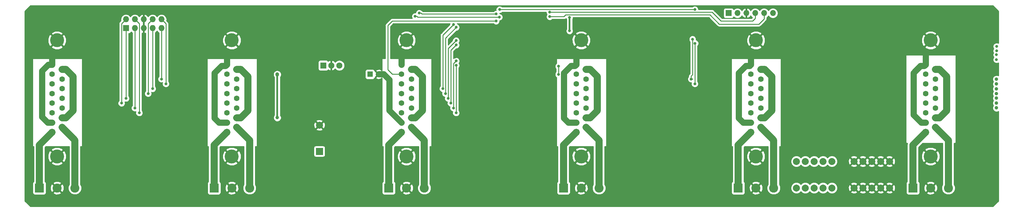
<source format=gbr>
G04 #@! TF.GenerationSoftware,KiCad,Pcbnew,(5.0.0)*
G04 #@! TF.CreationDate,2018-10-16T11:38:31+02:00*
G04 #@! TF.ProjectId,BackplanePCB_solder.kicad_pcb_LEFT,4261636B706C616E655043425F736F6C,rev?*
G04 #@! TF.SameCoordinates,Original*
G04 #@! TF.FileFunction,Copper,L2,Bot,Signal*
G04 #@! TF.FilePolarity,Positive*
%FSLAX46Y46*%
G04 Gerber Fmt 4.6, Leading zero omitted, Abs format (unit mm)*
G04 Created by KiCad (PCBNEW (5.0.0)) date 10/16/18 11:38:31*
%MOMM*%
%LPD*%
G01*
G04 APERTURE LIST*
G04 #@! TA.AperFunction,ComponentPad*
%ADD10C,2.000000*%
G04 #@! TD*
G04 #@! TA.AperFunction,ComponentPad*
%ADD11R,2.000000X2.000000*%
G04 #@! TD*
G04 #@! TA.AperFunction,ComponentPad*
%ADD12R,1.727200X1.727200*%
G04 #@! TD*
G04 #@! TA.AperFunction,ComponentPad*
%ADD13O,1.727200X1.727200*%
G04 #@! TD*
G04 #@! TA.AperFunction,ComponentPad*
%ADD14C,2.600000*%
G04 #@! TD*
G04 #@! TA.AperFunction,ComponentPad*
%ADD15R,2.600000X2.600000*%
G04 #@! TD*
G04 #@! TA.AperFunction,ComponentPad*
%ADD16R,1.600000X1.600000*%
G04 #@! TD*
G04 #@! TA.AperFunction,ComponentPad*
%ADD17C,1.600000*%
G04 #@! TD*
G04 #@! TA.AperFunction,ComponentPad*
%ADD18C,4.000000*%
G04 #@! TD*
G04 #@! TA.AperFunction,ComponentPad*
%ADD19O,1.700000X1.700000*%
G04 #@! TD*
G04 #@! TA.AperFunction,ComponentPad*
%ADD20R,1.700000X1.700000*%
G04 #@! TD*
G04 #@! TA.AperFunction,ComponentPad*
%ADD21O,1.717500X1.800000*%
G04 #@! TD*
G04 #@! TA.AperFunction,ComponentPad*
%ADD22R,1.717500X1.800000*%
G04 #@! TD*
G04 #@! TA.AperFunction,ViaPad*
%ADD23C,1.000000*%
G04 #@! TD*
G04 #@! TA.AperFunction,ViaPad*
%ADD24C,0.800000*%
G04 #@! TD*
G04 #@! TA.AperFunction,ViaPad*
%ADD25C,2.000000*%
G04 #@! TD*
G04 #@! TA.AperFunction,Conductor*
%ADD26C,2.000000*%
G04 #@! TD*
G04 #@! TA.AperFunction,Conductor*
%ADD27C,0.500000*%
G04 #@! TD*
G04 #@! TA.AperFunction,Conductor*
%ADD28C,1.000000*%
G04 #@! TD*
G04 #@! TA.AperFunction,Conductor*
%ADD29C,1.800000*%
G04 #@! TD*
G04 #@! TA.AperFunction,Conductor*
%ADD30C,0.250000*%
G04 #@! TD*
G04 #@! TA.AperFunction,Conductor*
%ADD31C,0.254000*%
G04 #@! TD*
G04 APERTURE END LIST*
D10*
G04 #@! TO.P,J4,10*
G04 #@! TO.N,GND*
X279500000Y-208380000D03*
G04 #@! TO.P,J4,5*
X289660000Y-216000000D03*
G04 #@! TO.P,J4,9*
X282040000Y-208380000D03*
G04 #@! TO.P,J4,4*
X287120000Y-216000000D03*
G04 #@! TO.P,J4,8*
X284580000Y-208380000D03*
G04 #@! TO.P,J4,3*
X284580000Y-216000000D03*
G04 #@! TO.P,J4,7*
X287120000Y-208380000D03*
G04 #@! TO.P,J4,2*
X282040000Y-216000000D03*
G04 #@! TO.P,J4,6*
X289660000Y-208380000D03*
G04 #@! TO.P,J4,1*
X279500000Y-216000000D03*
G04 #@! TD*
G04 #@! TO.P,J3,1*
G04 #@! TO.N,+15V*
X263000000Y-216000000D03*
G04 #@! TO.P,J3,6*
X273160000Y-208380000D03*
G04 #@! TO.P,J3,2*
X265540000Y-216000000D03*
G04 #@! TO.P,J3,7*
X270620000Y-208380000D03*
G04 #@! TO.P,J3,3*
X268080000Y-216000000D03*
G04 #@! TO.P,J3,8*
X268080000Y-208380000D03*
G04 #@! TO.P,J3,4*
X270620000Y-216000000D03*
G04 #@! TO.P,J3,9*
X265540000Y-208380000D03*
G04 #@! TO.P,J3,5*
X273160000Y-216000000D03*
G04 #@! TO.P,J3,10*
X263000000Y-208380000D03*
G04 #@! TD*
G04 #@! TO.P,C2,2*
G04 #@! TO.N,GND*
X126500000Y-198000000D03*
D11*
G04 #@! TO.P,C2,1*
G04 #@! TO.N,+15V*
X126500000Y-205500000D03*
G04 #@! TD*
D12*
G04 #@! TO.P,J1,1*
G04 #@! TO.N,TX_A*
X71120000Y-170180000D03*
D13*
G04 #@! TO.P,J1,2*
G04 #@! TO.N,TX_B*
X71120000Y-167640000D03*
G04 #@! TO.P,J1,3*
G04 #@! TO.N,RX_A*
X73660000Y-170180000D03*
G04 #@! TO.P,J1,4*
G04 #@! TO.N,RX_B*
X73660000Y-167640000D03*
G04 #@! TO.P,J1,5*
G04 #@! TO.N,GND*
X76200000Y-170180000D03*
G04 #@! TO.P,J1,6*
X76200000Y-167640000D03*
G04 #@! TO.P,J1,7*
G04 #@! TO.N,SYNC_A*
X78740000Y-170180000D03*
G04 #@! TO.P,J1,8*
G04 #@! TO.N,SYNC_B*
X78740000Y-167640000D03*
G04 #@! TO.P,J1,9*
G04 #@! TO.N,RESET_A*
X81280000Y-170180000D03*
G04 #@! TO.P,J1,10*
G04 #@! TO.N,RESET_B*
X81280000Y-167640000D03*
G04 #@! TD*
D14*
G04 #@! TO.P,J5,3*
G04 #@! TO.N,/PWMO1_1*
X56510000Y-216000000D03*
G04 #@! TO.P,J5,2*
G04 #@! TO.N,GND*
X51430000Y-216000000D03*
D15*
G04 #@! TO.P,J5,1*
G04 #@! TO.N,/PWMO2_1*
X46350000Y-216000000D03*
G04 #@! TD*
G04 #@! TO.P,J6,1*
G04 #@! TO.N,/PWMO2_2*
X96350000Y-216000000D03*
D14*
G04 #@! TO.P,J6,2*
G04 #@! TO.N,GND*
X101430000Y-216000000D03*
G04 #@! TO.P,J6,3*
G04 #@! TO.N,/PWMO1_2*
X106510000Y-216000000D03*
G04 #@! TD*
G04 #@! TO.P,J7,3*
G04 #@! TO.N,/PWMO1_3*
X156510000Y-216000000D03*
G04 #@! TO.P,J7,2*
G04 #@! TO.N,GND*
X151430000Y-216000000D03*
D15*
G04 #@! TO.P,J7,1*
G04 #@! TO.N,/PWMO2_3*
X146350000Y-216000000D03*
G04 #@! TD*
D16*
G04 #@! TO.P,J8,1*
G04 #@! TO.N,/PWMO2_1*
X50000000Y-200000000D03*
D17*
G04 #@! TO.P,J8,2*
G04 #@! TO.N,GND*
X50000000Y-197230000D03*
G04 #@! TO.P,J8,3*
G04 #@! TO.N,RX_B*
X50000000Y-194460000D03*
G04 #@! TO.P,J8,4*
G04 #@! TO.N,TX_B*
X50000000Y-191690000D03*
G04 #@! TO.P,J8,5*
G04 #@! TO.N,SYNC_B*
X50000000Y-188920000D03*
G04 #@! TO.P,J8,6*
G04 #@! TO.N,RESET_B*
X50000000Y-186150000D03*
G04 #@! TO.P,J8,7*
G04 #@! TO.N,ID_1*
X50000000Y-183380000D03*
G04 #@! TO.P,J8,8*
G04 #@! TO.N,GND*
X50000000Y-180610000D03*
G04 #@! TO.P,J8,9*
G04 #@! TO.N,/PWMO1_1*
X52840000Y-198615000D03*
G04 #@! TO.P,J8,10*
G04 #@! TO.N,+15V*
X52840000Y-195845000D03*
G04 #@! TO.P,J8,11*
G04 #@! TO.N,RX_A*
X52840000Y-193075000D03*
G04 #@! TO.P,J8,12*
G04 #@! TO.N,TX_A*
X52840000Y-190305000D03*
G04 #@! TO.P,J8,13*
G04 #@! TO.N,SYNC_A*
X52840000Y-187535000D03*
G04 #@! TO.P,J8,14*
G04 #@! TO.N,RESET_A*
X52840000Y-184765000D03*
G04 #@! TO.P,J8,15*
G04 #@! TO.N,+15V*
X52840000Y-181995000D03*
D18*
G04 #@! TO.P,J8,0*
G04 #@! TO.N,GND*
X51420000Y-173655000D03*
X51420000Y-206955000D03*
G04 #@! TD*
D16*
G04 #@! TO.P,J9,1*
G04 #@! TO.N,/PWMO2_6*
X300000000Y-200000000D03*
D17*
G04 #@! TO.P,J9,2*
G04 #@! TO.N,GND*
X300000000Y-197230000D03*
G04 #@! TO.P,J9,3*
G04 #@! TO.N,RX_B*
X300000000Y-194460000D03*
G04 #@! TO.P,J9,4*
G04 #@! TO.N,TX_B*
X300000000Y-191690000D03*
G04 #@! TO.P,J9,5*
G04 #@! TO.N,SYNC_B*
X300000000Y-188920000D03*
G04 #@! TO.P,J9,6*
G04 #@! TO.N,RESET_B*
X300000000Y-186150000D03*
G04 #@! TO.P,J9,7*
G04 #@! TO.N,ID_6*
X300000000Y-183380000D03*
G04 #@! TO.P,J9,8*
G04 #@! TO.N,GND*
X300000000Y-180610000D03*
G04 #@! TO.P,J9,9*
G04 #@! TO.N,/PWMO1_6*
X302840000Y-198615000D03*
G04 #@! TO.P,J9,10*
G04 #@! TO.N,+15V*
X302840000Y-195845000D03*
G04 #@! TO.P,J9,11*
G04 #@! TO.N,RX_A*
X302840000Y-193075000D03*
G04 #@! TO.P,J9,12*
G04 #@! TO.N,TX_A*
X302840000Y-190305000D03*
G04 #@! TO.P,J9,13*
G04 #@! TO.N,SYNC_A*
X302840000Y-187535000D03*
G04 #@! TO.P,J9,14*
G04 #@! TO.N,RESET_A*
X302840000Y-184765000D03*
G04 #@! TO.P,J9,15*
G04 #@! TO.N,+15V*
X302840000Y-181995000D03*
D18*
G04 #@! TO.P,J9,0*
G04 #@! TO.N,GND*
X301420000Y-173655000D03*
X301420000Y-206955000D03*
G04 #@! TD*
D15*
G04 #@! TO.P,J10,1*
G04 #@! TO.N,/PWMO2_4*
X196350000Y-216000000D03*
D14*
G04 #@! TO.P,J10,2*
G04 #@! TO.N,GND*
X201430000Y-216000000D03*
G04 #@! TO.P,J10,3*
G04 #@! TO.N,/PWMO1_4*
X206510000Y-216000000D03*
G04 #@! TD*
G04 #@! TO.P,J11,3*
G04 #@! TO.N,/PWMO1_5*
X256510000Y-216000000D03*
G04 #@! TO.P,J11,2*
G04 #@! TO.N,GND*
X251430000Y-216000000D03*
D15*
G04 #@! TO.P,J11,1*
G04 #@! TO.N,/PWMO2_5*
X246350000Y-216000000D03*
G04 #@! TD*
G04 #@! TO.P,J12,1*
G04 #@! TO.N,/PWMO2_6*
X296350000Y-216000000D03*
D14*
G04 #@! TO.P,J12,2*
G04 #@! TO.N,GND*
X301430000Y-216000000D03*
G04 #@! TO.P,J12,3*
G04 #@! TO.N,/PWMO1_6*
X306510000Y-216000000D03*
G04 #@! TD*
D18*
G04 #@! TO.P,J16,0*
G04 #@! TO.N,GND*
X101420000Y-206955000D03*
X101420000Y-173655000D03*
D17*
G04 #@! TO.P,J16,15*
G04 #@! TO.N,+15V*
X102840000Y-181995000D03*
G04 #@! TO.P,J16,14*
G04 #@! TO.N,RESET_A*
X102840000Y-184765000D03*
G04 #@! TO.P,J16,13*
G04 #@! TO.N,SYNC_A*
X102840000Y-187535000D03*
G04 #@! TO.P,J16,12*
G04 #@! TO.N,TX_A*
X102840000Y-190305000D03*
G04 #@! TO.P,J16,11*
G04 #@! TO.N,RX_A*
X102840000Y-193075000D03*
G04 #@! TO.P,J16,10*
G04 #@! TO.N,+15V*
X102840000Y-195845000D03*
G04 #@! TO.P,J16,9*
G04 #@! TO.N,/PWMO1_2*
X102840000Y-198615000D03*
G04 #@! TO.P,J16,8*
G04 #@! TO.N,GND*
X100000000Y-180610000D03*
G04 #@! TO.P,J16,7*
G04 #@! TO.N,ID_2*
X100000000Y-183380000D03*
G04 #@! TO.P,J16,6*
G04 #@! TO.N,RESET_B*
X100000000Y-186150000D03*
G04 #@! TO.P,J16,5*
G04 #@! TO.N,SYNC_B*
X100000000Y-188920000D03*
G04 #@! TO.P,J16,4*
G04 #@! TO.N,TX_B*
X100000000Y-191690000D03*
G04 #@! TO.P,J16,3*
G04 #@! TO.N,RX_B*
X100000000Y-194460000D03*
G04 #@! TO.P,J16,2*
G04 #@! TO.N,GND*
X100000000Y-197230000D03*
D16*
G04 #@! TO.P,J16,1*
G04 #@! TO.N,/PWMO2_2*
X100000000Y-200000000D03*
G04 #@! TD*
G04 #@! TO.P,J19,1*
G04 #@! TO.N,/PWMO2_3*
X150000000Y-200000000D03*
D17*
G04 #@! TO.P,J19,2*
G04 #@! TO.N,GND*
X150000000Y-197230000D03*
G04 #@! TO.P,J19,3*
G04 #@! TO.N,RX_B*
X150000000Y-194460000D03*
G04 #@! TO.P,J19,4*
G04 #@! TO.N,TX_B*
X150000000Y-191690000D03*
G04 #@! TO.P,J19,5*
G04 #@! TO.N,SYNC_B*
X150000000Y-188920000D03*
G04 #@! TO.P,J19,6*
G04 #@! TO.N,RESET_B*
X150000000Y-186150000D03*
G04 #@! TO.P,J19,7*
G04 #@! TO.N,ID_3*
X150000000Y-183380000D03*
G04 #@! TO.P,J19,8*
G04 #@! TO.N,GND*
X150000000Y-180610000D03*
G04 #@! TO.P,J19,9*
G04 #@! TO.N,/PWMO1_3*
X152840000Y-198615000D03*
G04 #@! TO.P,J19,10*
G04 #@! TO.N,+15V*
X152840000Y-195845000D03*
G04 #@! TO.P,J19,11*
G04 #@! TO.N,RX_A*
X152840000Y-193075000D03*
G04 #@! TO.P,J19,12*
G04 #@! TO.N,TX_A*
X152840000Y-190305000D03*
G04 #@! TO.P,J19,13*
G04 #@! TO.N,SYNC_A*
X152840000Y-187535000D03*
G04 #@! TO.P,J19,14*
G04 #@! TO.N,RESET_A*
X152840000Y-184765000D03*
G04 #@! TO.P,J19,15*
G04 #@! TO.N,+15V*
X152840000Y-181995000D03*
D18*
G04 #@! TO.P,J19,0*
G04 #@! TO.N,GND*
X151420000Y-173655000D03*
X151420000Y-206955000D03*
G04 #@! TD*
G04 #@! TO.P,J21,0*
G04 #@! TO.N,GND*
X201420000Y-206955000D03*
X201420000Y-173655000D03*
D17*
G04 #@! TO.P,J21,15*
G04 #@! TO.N,+15V*
X202840000Y-181995000D03*
G04 #@! TO.P,J21,14*
G04 #@! TO.N,RESET_A*
X202840000Y-184765000D03*
G04 #@! TO.P,J21,13*
G04 #@! TO.N,SYNC_A*
X202840000Y-187535000D03*
G04 #@! TO.P,J21,12*
G04 #@! TO.N,TX_A*
X202840000Y-190305000D03*
G04 #@! TO.P,J21,11*
G04 #@! TO.N,RX_A*
X202840000Y-193075000D03*
G04 #@! TO.P,J21,10*
G04 #@! TO.N,+15V*
X202840000Y-195845000D03*
G04 #@! TO.P,J21,9*
G04 #@! TO.N,/PWMO1_4*
X202840000Y-198615000D03*
G04 #@! TO.P,J21,8*
G04 #@! TO.N,GND*
X200000000Y-180610000D03*
G04 #@! TO.P,J21,7*
G04 #@! TO.N,ID_4*
X200000000Y-183380000D03*
G04 #@! TO.P,J21,6*
G04 #@! TO.N,RESET_B*
X200000000Y-186150000D03*
G04 #@! TO.P,J21,5*
G04 #@! TO.N,SYNC_B*
X200000000Y-188920000D03*
G04 #@! TO.P,J21,4*
G04 #@! TO.N,TX_B*
X200000000Y-191690000D03*
G04 #@! TO.P,J21,3*
G04 #@! TO.N,RX_B*
X200000000Y-194460000D03*
G04 #@! TO.P,J21,2*
G04 #@! TO.N,GND*
X200000000Y-197230000D03*
D16*
G04 #@! TO.P,J21,1*
G04 #@! TO.N,/PWMO2_4*
X200000000Y-200000000D03*
G04 #@! TD*
D18*
G04 #@! TO.P,J23,0*
G04 #@! TO.N,GND*
X251420000Y-206955000D03*
X251420000Y-173655000D03*
D17*
G04 #@! TO.P,J23,15*
G04 #@! TO.N,+15V*
X252840000Y-181995000D03*
G04 #@! TO.P,J23,14*
G04 #@! TO.N,RESET_A*
X252840000Y-184765000D03*
G04 #@! TO.P,J23,13*
G04 #@! TO.N,SYNC_A*
X252840000Y-187535000D03*
G04 #@! TO.P,J23,12*
G04 #@! TO.N,TX_A*
X252840000Y-190305000D03*
G04 #@! TO.P,J23,11*
G04 #@! TO.N,RX_A*
X252840000Y-193075000D03*
G04 #@! TO.P,J23,10*
G04 #@! TO.N,+15V*
X252840000Y-195845000D03*
G04 #@! TO.P,J23,9*
G04 #@! TO.N,/PWMO1_5*
X252840000Y-198615000D03*
G04 #@! TO.P,J23,8*
G04 #@! TO.N,GND*
X250000000Y-180610000D03*
G04 #@! TO.P,J23,7*
G04 #@! TO.N,ID_5*
X250000000Y-183380000D03*
G04 #@! TO.P,J23,6*
G04 #@! TO.N,RESET_B*
X250000000Y-186150000D03*
G04 #@! TO.P,J23,5*
G04 #@! TO.N,SYNC_B*
X250000000Y-188920000D03*
G04 #@! TO.P,J23,4*
G04 #@! TO.N,TX_B*
X250000000Y-191690000D03*
G04 #@! TO.P,J23,3*
G04 #@! TO.N,RX_B*
X250000000Y-194460000D03*
G04 #@! TO.P,J23,2*
G04 #@! TO.N,GND*
X250000000Y-197230000D03*
D16*
G04 #@! TO.P,J23,1*
G04 #@! TO.N,/PWMO2_5*
X250000000Y-200000000D03*
G04 #@! TD*
D19*
G04 #@! TO.P,J25,6*
G04 #@! TO.N,Net-(J25-Pad6)*
X256286000Y-165862000D03*
G04 #@! TO.P,J25,5*
G04 #@! TO.N,ICSPCLK*
X253746000Y-165862000D03*
G04 #@! TO.P,J25,4*
G04 #@! TO.N,ICSPDAT*
X251206000Y-165862000D03*
G04 #@! TO.P,J25,3*
G04 #@! TO.N,GND*
X248666000Y-165862000D03*
G04 #@! TO.P,J25,2*
G04 #@! TO.N,+5V*
X246126000Y-165862000D03*
D20*
G04 #@! TO.P,J25,1*
G04 #@! TO.N,VPP*
X243586000Y-165862000D03*
G04 #@! TD*
D21*
G04 #@! TO.P,U4,3*
G04 #@! TO.N,+5V*
X132189000Y-180874000D03*
G04 #@! TO.P,U4,2*
G04 #@! TO.N,GND*
X129899000Y-180874000D03*
D22*
G04 #@! TO.P,U4,1*
G04 #@! TO.N,Net-(C10-Pad1)*
X127609000Y-180874000D03*
G04 #@! TD*
D17*
G04 #@! TO.P,C16,2*
G04 #@! TO.N,GND*
X143470000Y-183388000D03*
D16*
G04 #@! TO.P,C16,1*
G04 #@! TO.N,+5V*
X140970000Y-183388000D03*
G04 #@! TD*
D23*
G04 #@! TO.N,+15V*
X114427000Y-195834000D03*
X114427000Y-183388000D03*
D24*
G04 #@! TO.N,GND*
X165074600Y-172440600D03*
X165404800Y-178460400D03*
X177393600Y-170294200D03*
X242697000Y-175006000D03*
X233680000Y-171704000D03*
X219075000Y-174498000D03*
X192278000Y-173736000D03*
X184150000Y-183769000D03*
X192024000Y-177419000D03*
X165223400Y-164926200D03*
D25*
X134337000Y-168787000D03*
X134337000Y-173486004D03*
X134337000Y-178185000D03*
X129892000Y-178185000D03*
X125320000Y-178185000D03*
X125193000Y-173486000D03*
X125193000Y-168787000D03*
X129892000Y-168787000D03*
D24*
G04 #@! TO.N,Net-(C18-Pad1)*
X198091000Y-167136000D03*
X198091000Y-170946000D03*
G04 #@! TO.N,TX_A*
X165608000Y-173736000D03*
X163322000Y-190305000D03*
X71120000Y-190305000D03*
D23*
X320265000Y-190250000D03*
D24*
G04 #@! TO.N,TX_B*
X165608000Y-175006000D03*
X164084000Y-191690000D03*
X69850000Y-191690000D03*
D23*
X320265000Y-191647000D03*
D24*
G04 #@! TO.N,RX_A*
X165608000Y-179578000D03*
X164846000Y-193075000D03*
X73660000Y-193075000D03*
D23*
X320265000Y-193044000D03*
D24*
G04 #@! TO.N,RX_B*
X165608000Y-180848000D03*
X165608000Y-194460000D03*
X74930000Y-194460000D03*
G04 #@! TO.N,SYNC_A*
X164846000Y-169163992D03*
X78740000Y-187535000D03*
D23*
X320265000Y-187582992D03*
D24*
X161794394Y-187532200D03*
G04 #@! TO.N,SYNC_B*
X165646013Y-169926000D03*
X77470000Y-188920000D03*
D23*
X320265000Y-188980000D03*
D24*
X162556400Y-188929200D03*
G04 #@! TO.N,RESET_A*
X81280000Y-184765000D03*
D23*
X320265000Y-184789000D03*
D24*
X233270000Y-173333600D03*
X232888976Y-184763600D03*
G04 #@! TO.N,RESET_B*
X233934000Y-186150000D03*
X82550000Y-186150000D03*
D23*
X320265000Y-186186000D03*
D24*
X233995010Y-174507101D03*
G04 #@! TO.N,ID_1*
X177038000Y-166116000D03*
X155038000Y-165866000D03*
G04 #@! TO.N,ID_2*
X177999600Y-167009004D03*
X153895000Y-166755000D03*
G04 #@! TO.N,ID_7*
X320265000Y-179201000D03*
G04 #@! TO.N,ID_3*
X177038000Y-168148000D03*
G04 #@! TO.N,ID_8*
X320265000Y-177804000D03*
G04 #@! TO.N,ID_9*
X320290400Y-176686400D03*
G04 #@! TO.N,ID_5*
X194919600Y-183413400D03*
X194919600Y-181102000D03*
G04 #@! TO.N,ID_10*
X320290396Y-175391000D03*
G04 #@! TO.N,ICSPDAT*
X192405000Y-165608000D03*
G04 #@! TO.N,ICSPCLK*
X192405000Y-166878000D03*
G04 #@! TO.N,RST*
X178054000Y-164846000D03*
X233934000Y-164846000D03*
G04 #@! TD*
D26*
G04 #@! TO.N,+15V*
X153971370Y-181995000D02*
X152840000Y-181995000D01*
X156000000Y-184023630D02*
X153971370Y-181995000D01*
X156000000Y-193816370D02*
X156000000Y-184023630D01*
X152840000Y-195845000D02*
X153971370Y-195845000D01*
X153971370Y-195845000D02*
X156000000Y-193816370D01*
X203971370Y-195845000D02*
X202840000Y-195845000D01*
X206000000Y-193816370D02*
X203971370Y-195845000D01*
X206000000Y-184023630D02*
X206000000Y-193816370D01*
X202840000Y-181995000D02*
X203971370Y-181995000D01*
X203971370Y-181995000D02*
X206000000Y-184023630D01*
X253971370Y-181995000D02*
X252840000Y-181995000D01*
X256000000Y-184023630D02*
X253971370Y-181995000D01*
X256000000Y-193816370D02*
X256000000Y-184023630D01*
X252840000Y-195845000D02*
X253971370Y-195845000D01*
X253971370Y-195845000D02*
X256000000Y-193816370D01*
X303971370Y-181995000D02*
X302840000Y-181995000D01*
X306000000Y-184023630D02*
X303971370Y-181995000D01*
X306000000Y-193816370D02*
X306000000Y-184023630D01*
X302840000Y-195845000D02*
X303971370Y-195845000D01*
X303971370Y-195845000D02*
X306000000Y-193816370D01*
X53971370Y-181995000D02*
X52840000Y-181995000D01*
X56000000Y-184023630D02*
X53971370Y-181995000D01*
X56000000Y-193816370D02*
X56000000Y-184023630D01*
X52840000Y-195845000D02*
X53971370Y-195845000D01*
X53971370Y-195845000D02*
X56000000Y-193816370D01*
D27*
X114427000Y-195126894D02*
X114427000Y-183388000D01*
X114427000Y-195834000D02*
X114427000Y-195126894D01*
D28*
X114427000Y-183515008D02*
X114427000Y-183388000D01*
D26*
X103971370Y-181995000D02*
X106000000Y-184023630D01*
X106000000Y-193816370D02*
X103971370Y-195845000D01*
X103971370Y-195845000D02*
X102840000Y-195845000D01*
X106000000Y-184023630D02*
X106000000Y-193816370D01*
X102840000Y-181995000D02*
X103971370Y-181995000D01*
D29*
G04 #@! TO.N,GND*
X50000000Y-179478630D02*
X50009000Y-179469630D01*
X50000000Y-180610000D02*
X50000000Y-179478630D01*
X50009000Y-179469630D02*
X50009000Y-177296000D01*
X100000000Y-180610000D02*
X100000000Y-177500000D01*
X150000000Y-180610000D02*
X150000000Y-177500000D01*
X144888000Y-183388000D02*
X143470000Y-183388000D01*
X146500000Y-185000000D02*
X144888000Y-183388000D01*
X150000000Y-197230000D02*
X146500000Y-193730000D01*
X146500000Y-193730000D02*
X146500000Y-185000000D01*
X199610000Y-181000000D02*
X200000000Y-180610000D01*
X198500000Y-181000000D02*
X199610000Y-181000000D01*
X196500000Y-183000000D02*
X198500000Y-181000000D01*
X196500000Y-196000000D02*
X196500000Y-183000000D01*
X200000000Y-197230000D02*
X197730000Y-197230000D01*
X197730000Y-197230000D02*
X196500000Y-196000000D01*
X249610000Y-181000000D02*
X250000000Y-180610000D01*
X248500000Y-181000000D02*
X249610000Y-181000000D01*
X246500000Y-183000000D02*
X248500000Y-181000000D01*
X246500000Y-196000000D02*
X246500000Y-183000000D01*
X250000000Y-197230000D02*
X247730000Y-197230000D01*
X247730000Y-197230000D02*
X246500000Y-196000000D01*
X99610000Y-181000000D02*
X100000000Y-180610000D01*
X98500000Y-181000000D02*
X99610000Y-181000000D01*
X96500000Y-183000000D02*
X98500000Y-181000000D01*
X96500000Y-196000000D02*
X96500000Y-183000000D01*
X100000000Y-197230000D02*
X97730000Y-197230000D01*
X97730000Y-197230000D02*
X96500000Y-196000000D01*
X48730000Y-197230000D02*
X50000000Y-197230000D01*
X47088000Y-195588000D02*
X48730000Y-197230000D01*
X47088000Y-182390630D02*
X47088000Y-195588000D01*
X50000000Y-180610000D02*
X48868630Y-180610000D01*
X48868630Y-180610000D02*
X47088000Y-182390630D01*
X200000000Y-180610000D02*
X200000000Y-177500000D01*
X250000000Y-180610000D02*
X250000000Y-178500000D01*
X299610000Y-181000000D02*
X300000000Y-180610000D01*
X298500000Y-181000000D02*
X299610000Y-181000000D01*
X296500000Y-183000000D02*
X298500000Y-181000000D01*
X296500000Y-195000000D02*
X296500000Y-183000000D01*
X300000000Y-197230000D02*
X298730000Y-197230000D01*
X298730000Y-197230000D02*
X296500000Y-195000000D01*
X300000000Y-180610000D02*
X300000000Y-177500000D01*
D27*
G04 #@! TO.N,Net-(C18-Pad1)*
X198091000Y-167136000D02*
X198091000Y-170946000D01*
D30*
G04 #@! TO.N,TX_A*
X163322000Y-176022000D02*
X163322000Y-190305000D01*
X165608000Y-173736000D02*
X163322000Y-176022000D01*
X71120000Y-170180000D02*
X71120000Y-190305000D01*
G04 #@! TO.N,TX_B*
X164084000Y-176530000D02*
X164084000Y-191690000D01*
X165608000Y-175006000D02*
X164084000Y-176530000D01*
X69850000Y-168910000D02*
X69850000Y-191690000D01*
X71120000Y-167640000D02*
X69850000Y-168910000D01*
G04 #@! TO.N,RX_A*
X164846000Y-180684998D02*
X164846000Y-193075000D01*
X164846000Y-180340000D02*
X164846000Y-180684998D01*
X165608000Y-179578000D02*
X164846000Y-180340000D01*
X73660000Y-170180000D02*
X73660000Y-193075000D01*
G04 #@! TO.N,RX_B*
X165608000Y-180848000D02*
X165608000Y-194460000D01*
X74930000Y-168910000D02*
X74930000Y-194460000D01*
X73660000Y-167640000D02*
X74930000Y-168910000D01*
G04 #@! TO.N,SYNC_A*
X78740000Y-170180000D02*
X78740000Y-187535000D01*
X164846000Y-169163992D02*
X161794394Y-172215598D01*
X161794394Y-186966515D02*
X161794394Y-187532200D01*
X161794394Y-172215598D02*
X161794394Y-186966515D01*
G04 #@! TO.N,SYNC_B*
X77470000Y-169690870D02*
X77470000Y-188920000D01*
X77470000Y-168910000D02*
X77470000Y-169690870D01*
X78740000Y-167640000D02*
X77470000Y-168910000D01*
X162556400Y-173015613D02*
X162556400Y-188504936D01*
X165646013Y-169926000D02*
X162556400Y-173015613D01*
X162556400Y-188504936D02*
X162556400Y-188929200D01*
G04 #@! TO.N,RESET_A*
X81280000Y-170180000D02*
X81280000Y-184765000D01*
X233299000Y-184765000D02*
X233219200Y-184685200D01*
X233219200Y-173384400D02*
X233270000Y-173333600D01*
X232888976Y-183900024D02*
X232888976Y-184197915D01*
X233270000Y-183519000D02*
X232888976Y-183900024D01*
X233270000Y-173333600D02*
X233270000Y-183519000D01*
X232888976Y-184197915D02*
X232888976Y-184763600D01*
G04 #@! TO.N,RESET_B*
X82550000Y-169690870D02*
X82550000Y-186150000D01*
X82550000Y-168910000D02*
X82550000Y-169690870D01*
X81280000Y-167640000D02*
X82550000Y-168910000D01*
X233934000Y-186150000D02*
X233934000Y-174568111D01*
X233934000Y-174568111D02*
X233995010Y-174507101D01*
D26*
G04 #@! TO.N,/PWMO1_1*
X56510000Y-216000000D02*
X56510000Y-202285000D01*
X56510000Y-202285000D02*
X52840000Y-198615000D01*
G04 #@! TO.N,/PWMO2_1*
X46350000Y-203650000D02*
X50000000Y-200000000D01*
X46350000Y-216000000D02*
X46350000Y-203650000D01*
G04 #@! TO.N,/PWMO2_2*
X96350000Y-203650000D02*
X100000000Y-200000000D01*
X96350000Y-216000000D02*
X96350000Y-203650000D01*
G04 #@! TO.N,/PWMO1_2*
X106510000Y-202285000D02*
X102840000Y-198615000D01*
X106510000Y-216000000D02*
X106510000Y-202285000D01*
G04 #@! TO.N,/PWMO1_3*
X156510000Y-202285000D02*
X152840000Y-198615000D01*
X156510000Y-216000000D02*
X156510000Y-202285000D01*
G04 #@! TO.N,/PWMO2_3*
X146350000Y-203650000D02*
X150000000Y-200000000D01*
X146350000Y-216000000D02*
X146350000Y-203650000D01*
D30*
G04 #@! TO.N,ID_1*
X155546000Y-165866000D02*
X155038000Y-165866000D01*
X155800000Y-166120000D02*
X155546000Y-165866000D01*
X177038000Y-166116000D02*
X177034000Y-166120000D01*
X177034000Y-166120000D02*
X155800000Y-166120000D01*
D26*
G04 #@! TO.N,/PWMO2_6*
X296350000Y-203650000D02*
X300000000Y-200000000D01*
X296350000Y-216000000D02*
X296350000Y-203650000D01*
G04 #@! TO.N,/PWMO1_6*
X306510000Y-202285000D02*
X302840000Y-198615000D01*
X306510000Y-216000000D02*
X306510000Y-202285000D01*
G04 #@! TO.N,/PWMO2_4*
X196350000Y-203650000D02*
X200000000Y-200000000D01*
X196350000Y-216000000D02*
X196350000Y-203650000D01*
G04 #@! TO.N,/PWMO1_4*
X206510000Y-202285000D02*
X202840000Y-198615000D01*
X206510000Y-216000000D02*
X206510000Y-202285000D01*
G04 #@! TO.N,/PWMO1_5*
X256510000Y-202285000D02*
X252840000Y-198615000D01*
X256510000Y-216000000D02*
X256510000Y-202285000D01*
G04 #@! TO.N,/PWMO2_5*
X246350000Y-203650000D02*
X250000000Y-200000000D01*
X246350000Y-216000000D02*
X246350000Y-203650000D01*
D30*
G04 #@! TO.N,ID_2*
X154403000Y-166755000D02*
X153895000Y-166755000D01*
X154657000Y-167009000D02*
X154403000Y-166755000D01*
X177999600Y-167009004D02*
X177999596Y-167009000D01*
X177999596Y-167009000D02*
X154657000Y-167009000D01*
G04 #@! TO.N,ID_3*
X176613736Y-168148000D02*
X177038000Y-168148000D01*
X147320000Y-168148000D02*
X176613736Y-168148000D01*
X146050000Y-169418000D02*
X147320000Y-168148000D01*
X146050000Y-182118000D02*
X146050000Y-169418000D01*
X150000000Y-183380000D02*
X147312000Y-183380000D01*
X147312000Y-183380000D02*
X146050000Y-182118000D01*
G04 #@! TO.N,ID_5*
X194919600Y-183413400D02*
X194919600Y-181102000D01*
G04 #@! TO.N,ICSPDAT*
X251206000Y-167386000D02*
X251206000Y-165862000D01*
X250444000Y-168148000D02*
X251206000Y-167386000D01*
X241427000Y-168148000D02*
X250444000Y-168148000D01*
X192405000Y-165608000D02*
X238887000Y-165608000D01*
X238887000Y-165608000D02*
X241427000Y-168148000D01*
G04 #@! TO.N,ICSPCLK*
X253746000Y-167513000D02*
X253746000Y-165862000D01*
X196469000Y-166878000D02*
X196977000Y-166370000D01*
X192405000Y-166878000D02*
X196469000Y-166878000D01*
X196977000Y-166370000D02*
X238252000Y-166370000D01*
X238252000Y-166370000D02*
X240919000Y-169037000D01*
X240919000Y-169037000D02*
X252222000Y-169037000D01*
X252222000Y-169037000D02*
X253746000Y-167513000D01*
G04 #@! TO.N,RST*
X178054000Y-164846000D02*
X231775000Y-164846000D01*
X231775000Y-164846000D02*
X233934000Y-164846000D01*
G04 #@! TD*
D31*
G04 #@! TO.N,GND*
G36*
X320815001Y-165283737D02*
X320815001Y-174488022D01*
X320496270Y-174356000D01*
X320084522Y-174356000D01*
X319704116Y-174513569D01*
X319412965Y-174804720D01*
X319255396Y-175185126D01*
X319255396Y-175596874D01*
X319412965Y-175977280D01*
X319474387Y-176038702D01*
X319412969Y-176100120D01*
X319255400Y-176480526D01*
X319255400Y-176892274D01*
X319389432Y-177215857D01*
X319387569Y-177217720D01*
X319230000Y-177598126D01*
X319230000Y-178009874D01*
X319387569Y-178390280D01*
X319499789Y-178502500D01*
X319387569Y-178614720D01*
X319230000Y-178995126D01*
X319230000Y-179406874D01*
X319387569Y-179787280D01*
X319678720Y-180078431D01*
X320059126Y-180236000D01*
X320470874Y-180236000D01*
X320815001Y-180093458D01*
X320815001Y-183788302D01*
X320490766Y-183654000D01*
X320039234Y-183654000D01*
X319622074Y-183826793D01*
X319302793Y-184146074D01*
X319130000Y-184563234D01*
X319130000Y-185014766D01*
X319302793Y-185431926D01*
X319358367Y-185487500D01*
X319302793Y-185543074D01*
X319130000Y-185960234D01*
X319130000Y-186411766D01*
X319302793Y-186828926D01*
X319358363Y-186884496D01*
X319302793Y-186940066D01*
X319130000Y-187357226D01*
X319130000Y-187808758D01*
X319302793Y-188225918D01*
X319358371Y-188281496D01*
X319302793Y-188337074D01*
X319130000Y-188754234D01*
X319130000Y-189205766D01*
X319299510Y-189615000D01*
X319130000Y-190024234D01*
X319130000Y-190475766D01*
X319302793Y-190892926D01*
X319358367Y-190948500D01*
X319302793Y-191004074D01*
X319130000Y-191421234D01*
X319130000Y-191872766D01*
X319302793Y-192289926D01*
X319358367Y-192345500D01*
X319302793Y-192401074D01*
X319130000Y-192818234D01*
X319130000Y-193269766D01*
X319302793Y-193686926D01*
X319622074Y-194006207D01*
X320039234Y-194179000D01*
X320490766Y-194179000D01*
X320815000Y-194044698D01*
X320815000Y-219716264D01*
X319216265Y-221315000D01*
X43783736Y-221315000D01*
X42185000Y-219716265D01*
X42185000Y-179000000D01*
X44373000Y-179000000D01*
X44373000Y-204000000D01*
X44382667Y-204048601D01*
X44410197Y-204089803D01*
X44451399Y-204117333D01*
X44500000Y-204127000D01*
X44715001Y-204127000D01*
X44715000Y-214160132D01*
X44592191Y-214242191D01*
X44451843Y-214452235D01*
X44402560Y-214700000D01*
X44402560Y-217300000D01*
X44451843Y-217547765D01*
X44592191Y-217757809D01*
X44802235Y-217898157D01*
X45050000Y-217947440D01*
X47650000Y-217947440D01*
X47897765Y-217898157D01*
X48107809Y-217757809D01*
X48248157Y-217547765D01*
X48283623Y-217369459D01*
X50240146Y-217369459D01*
X50375504Y-217667455D01*
X51093880Y-217944066D01*
X51863427Y-217924710D01*
X52484496Y-217667455D01*
X52619854Y-217369459D01*
X51430000Y-216179605D01*
X50240146Y-217369459D01*
X48283623Y-217369459D01*
X48297440Y-217300000D01*
X48297440Y-215663880D01*
X49485934Y-215663880D01*
X49505290Y-216433427D01*
X49762545Y-217054496D01*
X50060541Y-217189854D01*
X51250395Y-216000000D01*
X51609605Y-216000000D01*
X52799459Y-217189854D01*
X53097455Y-217054496D01*
X53374066Y-216336120D01*
X53354710Y-215566573D01*
X53097455Y-214945504D01*
X52799459Y-214810146D01*
X51609605Y-216000000D01*
X51250395Y-216000000D01*
X50060541Y-214810146D01*
X49762545Y-214945504D01*
X49485934Y-215663880D01*
X48297440Y-215663880D01*
X48297440Y-214700000D01*
X48283624Y-214630541D01*
X50240146Y-214630541D01*
X51430000Y-215820395D01*
X52619854Y-214630541D01*
X52484496Y-214332545D01*
X51766120Y-214055934D01*
X50996573Y-214075290D01*
X50375504Y-214332545D01*
X50240146Y-214630541D01*
X48283624Y-214630541D01*
X48248157Y-214452235D01*
X48107809Y-214242191D01*
X47985000Y-214160132D01*
X47985000Y-208830022D01*
X49724584Y-208830022D01*
X49945353Y-209200743D01*
X50917012Y-209594119D01*
X51965247Y-209585713D01*
X52894647Y-209200743D01*
X53115416Y-208830022D01*
X51420000Y-207134605D01*
X49724584Y-208830022D01*
X47985000Y-208830022D01*
X47985000Y-206452012D01*
X48780881Y-206452012D01*
X48789287Y-207500247D01*
X49174257Y-208429647D01*
X49544978Y-208650416D01*
X51240395Y-206955000D01*
X51599605Y-206955000D01*
X53295022Y-208650416D01*
X53665743Y-208429647D01*
X54059119Y-207457988D01*
X54050713Y-206409753D01*
X53665743Y-205480353D01*
X53295022Y-205259584D01*
X51599605Y-206955000D01*
X51240395Y-206955000D01*
X49544978Y-205259584D01*
X49174257Y-205480353D01*
X48780881Y-206452012D01*
X47985000Y-206452012D01*
X47985000Y-205079978D01*
X49724584Y-205079978D01*
X51420000Y-206775395D01*
X53115416Y-205079978D01*
X52894647Y-204709257D01*
X51922988Y-204315881D01*
X50874753Y-204324287D01*
X49945353Y-204709257D01*
X49724584Y-205079978D01*
X47985000Y-205079978D01*
X47985000Y-204327238D01*
X48185238Y-204127000D01*
X54875001Y-204127000D01*
X54875000Y-214898496D01*
X54869586Y-214903910D01*
X54575000Y-215615105D01*
X54575000Y-216384895D01*
X54869586Y-217096090D01*
X55413910Y-217640414D01*
X56125105Y-217935000D01*
X56894895Y-217935000D01*
X57606090Y-217640414D01*
X58150414Y-217096090D01*
X58445000Y-216384895D01*
X58445000Y-215615105D01*
X58150414Y-214903910D01*
X58145000Y-214898496D01*
X58145000Y-204127000D01*
X58500000Y-204127000D01*
X58548601Y-204117333D01*
X58589803Y-204089803D01*
X58617333Y-204048601D01*
X58627000Y-204000000D01*
X58627000Y-191484126D01*
X68815000Y-191484126D01*
X68815000Y-191895874D01*
X68972569Y-192276280D01*
X69263720Y-192567431D01*
X69644126Y-192725000D01*
X70055874Y-192725000D01*
X70436280Y-192567431D01*
X70727431Y-192276280D01*
X70885000Y-191895874D01*
X70885000Y-191484126D01*
X70806905Y-191295588D01*
X70914126Y-191340000D01*
X71325874Y-191340000D01*
X71706280Y-191182431D01*
X71997431Y-190891280D01*
X72155000Y-190510874D01*
X72155000Y-190099126D01*
X71997431Y-189718720D01*
X71880000Y-189601289D01*
X71880000Y-171691040D01*
X71983600Y-171691040D01*
X72231365Y-171641757D01*
X72441409Y-171501409D01*
X72581757Y-171291365D01*
X72586932Y-171265349D01*
X72900000Y-171474535D01*
X72900001Y-192371288D01*
X72782569Y-192488720D01*
X72625000Y-192869126D01*
X72625000Y-193280874D01*
X72782569Y-193661280D01*
X73073720Y-193952431D01*
X73454126Y-194110000D01*
X73865874Y-194110000D01*
X73973095Y-194065588D01*
X73895000Y-194254126D01*
X73895000Y-194665874D01*
X74052569Y-195046280D01*
X74343720Y-195337431D01*
X74724126Y-195495000D01*
X75135874Y-195495000D01*
X75516280Y-195337431D01*
X75807431Y-195046280D01*
X75965000Y-194665874D01*
X75965000Y-194254126D01*
X75807431Y-193873720D01*
X75690000Y-193756289D01*
X75690000Y-171572426D01*
X75840974Y-171634958D01*
X76073000Y-171513817D01*
X76073000Y-170307000D01*
X76053000Y-170307000D01*
X76053000Y-170053000D01*
X76073000Y-170053000D01*
X76073000Y-167767000D01*
X76053000Y-167767000D01*
X76053000Y-167513000D01*
X76073000Y-167513000D01*
X76073000Y-166306183D01*
X76327000Y-166306183D01*
X76327000Y-167513000D01*
X76347000Y-167513000D01*
X76347000Y-167767000D01*
X76327000Y-167767000D01*
X76327000Y-170053000D01*
X76347000Y-170053000D01*
X76347000Y-170307000D01*
X76327000Y-170307000D01*
X76327000Y-171513817D01*
X76559026Y-171634958D01*
X76710000Y-171572426D01*
X76710001Y-188216288D01*
X76592569Y-188333720D01*
X76435000Y-188714126D01*
X76435000Y-189125874D01*
X76592569Y-189506280D01*
X76883720Y-189797431D01*
X77264126Y-189955000D01*
X77675874Y-189955000D01*
X78056280Y-189797431D01*
X78347431Y-189506280D01*
X78505000Y-189125874D01*
X78505000Y-188714126D01*
X78426905Y-188525588D01*
X78534126Y-188570000D01*
X78945874Y-188570000D01*
X79326280Y-188412431D01*
X79617431Y-188121280D01*
X79775000Y-187740874D01*
X79775000Y-187329126D01*
X79617431Y-186948720D01*
X79500000Y-186831289D01*
X79500000Y-171474535D01*
X79820430Y-171260430D01*
X80010000Y-170976719D01*
X80199570Y-171260430D01*
X80520000Y-171474535D01*
X80520001Y-184061288D01*
X80402569Y-184178720D01*
X80245000Y-184559126D01*
X80245000Y-184970874D01*
X80402569Y-185351280D01*
X80693720Y-185642431D01*
X81074126Y-185800000D01*
X81485874Y-185800000D01*
X81593095Y-185755588D01*
X81515000Y-185944126D01*
X81515000Y-186355874D01*
X81672569Y-186736280D01*
X81963720Y-187027431D01*
X82344126Y-187185000D01*
X82755874Y-187185000D01*
X83136280Y-187027431D01*
X83427431Y-186736280D01*
X83585000Y-186355874D01*
X83585000Y-185944126D01*
X83427431Y-185563720D01*
X83310000Y-185446289D01*
X83310000Y-179000000D01*
X94373000Y-179000000D01*
X94373000Y-204000000D01*
X94382667Y-204048601D01*
X94410197Y-204089803D01*
X94451399Y-204117333D01*
X94500000Y-204127000D01*
X94715001Y-204127000D01*
X94715000Y-214160132D01*
X94592191Y-214242191D01*
X94451843Y-214452235D01*
X94402560Y-214700000D01*
X94402560Y-217300000D01*
X94451843Y-217547765D01*
X94592191Y-217757809D01*
X94802235Y-217898157D01*
X95050000Y-217947440D01*
X97650000Y-217947440D01*
X97897765Y-217898157D01*
X98107809Y-217757809D01*
X98248157Y-217547765D01*
X98283623Y-217369459D01*
X100240146Y-217369459D01*
X100375504Y-217667455D01*
X101093880Y-217944066D01*
X101863427Y-217924710D01*
X102484496Y-217667455D01*
X102619854Y-217369459D01*
X101430000Y-216179605D01*
X100240146Y-217369459D01*
X98283623Y-217369459D01*
X98297440Y-217300000D01*
X98297440Y-215663880D01*
X99485934Y-215663880D01*
X99505290Y-216433427D01*
X99762545Y-217054496D01*
X100060541Y-217189854D01*
X101250395Y-216000000D01*
X101609605Y-216000000D01*
X102799459Y-217189854D01*
X103097455Y-217054496D01*
X103374066Y-216336120D01*
X103354710Y-215566573D01*
X103097455Y-214945504D01*
X102799459Y-214810146D01*
X101609605Y-216000000D01*
X101250395Y-216000000D01*
X100060541Y-214810146D01*
X99762545Y-214945504D01*
X99485934Y-215663880D01*
X98297440Y-215663880D01*
X98297440Y-214700000D01*
X98283624Y-214630541D01*
X100240146Y-214630541D01*
X101430000Y-215820395D01*
X102619854Y-214630541D01*
X102484496Y-214332545D01*
X101766120Y-214055934D01*
X100996573Y-214075290D01*
X100375504Y-214332545D01*
X100240146Y-214630541D01*
X98283624Y-214630541D01*
X98248157Y-214452235D01*
X98107809Y-214242191D01*
X97985000Y-214160132D01*
X97985000Y-208830022D01*
X99724584Y-208830022D01*
X99945353Y-209200743D01*
X100917012Y-209594119D01*
X101965247Y-209585713D01*
X102894647Y-209200743D01*
X103115416Y-208830022D01*
X101420000Y-207134605D01*
X99724584Y-208830022D01*
X97985000Y-208830022D01*
X97985000Y-206452012D01*
X98780881Y-206452012D01*
X98789287Y-207500247D01*
X99174257Y-208429647D01*
X99544978Y-208650416D01*
X101240395Y-206955000D01*
X101599605Y-206955000D01*
X103295022Y-208650416D01*
X103665743Y-208429647D01*
X104059119Y-207457988D01*
X104050713Y-206409753D01*
X103665743Y-205480353D01*
X103295022Y-205259584D01*
X101599605Y-206955000D01*
X101240395Y-206955000D01*
X99544978Y-205259584D01*
X99174257Y-205480353D01*
X98780881Y-206452012D01*
X97985000Y-206452012D01*
X97985000Y-205079978D01*
X99724584Y-205079978D01*
X101420000Y-206775395D01*
X103115416Y-205079978D01*
X102894647Y-204709257D01*
X101922988Y-204315881D01*
X100874753Y-204324287D01*
X99945353Y-204709257D01*
X99724584Y-205079978D01*
X97985000Y-205079978D01*
X97985000Y-204327238D01*
X98185238Y-204127000D01*
X104875001Y-204127000D01*
X104875000Y-214898496D01*
X104869586Y-214903910D01*
X104575000Y-215615105D01*
X104575000Y-216384895D01*
X104869586Y-217096090D01*
X105413910Y-217640414D01*
X106125105Y-217935000D01*
X106894895Y-217935000D01*
X107606090Y-217640414D01*
X108150414Y-217096090D01*
X108445000Y-216384895D01*
X108445000Y-215615105D01*
X108150414Y-214903910D01*
X108145000Y-214898496D01*
X108145000Y-204500000D01*
X124852560Y-204500000D01*
X124852560Y-206500000D01*
X124901843Y-206747765D01*
X125042191Y-206957809D01*
X125252235Y-207098157D01*
X125500000Y-207147440D01*
X127500000Y-207147440D01*
X127747765Y-207098157D01*
X127957809Y-206957809D01*
X128098157Y-206747765D01*
X128147440Y-206500000D01*
X128147440Y-204500000D01*
X128098157Y-204252235D01*
X127957809Y-204042191D01*
X127747765Y-203901843D01*
X127500000Y-203852560D01*
X125500000Y-203852560D01*
X125252235Y-203901843D01*
X125042191Y-204042191D01*
X124901843Y-204252235D01*
X124852560Y-204500000D01*
X108145000Y-204500000D01*
X108145000Y-204127000D01*
X108500000Y-204127000D01*
X108548601Y-204117333D01*
X108589803Y-204089803D01*
X108617333Y-204048601D01*
X108627000Y-204000000D01*
X108627000Y-199152532D01*
X125527073Y-199152532D01*
X125625736Y-199419387D01*
X126235461Y-199645908D01*
X126885460Y-199621856D01*
X127374264Y-199419387D01*
X127472927Y-199152532D01*
X126500000Y-198179605D01*
X125527073Y-199152532D01*
X108627000Y-199152532D01*
X108627000Y-197735461D01*
X124854092Y-197735461D01*
X124878144Y-198385460D01*
X125080613Y-198874264D01*
X125347468Y-198972927D01*
X126320395Y-198000000D01*
X126679605Y-198000000D01*
X127652532Y-198972927D01*
X127919387Y-198874264D01*
X128145908Y-198264539D01*
X128121856Y-197614540D01*
X127919387Y-197125736D01*
X127652532Y-197027073D01*
X126679605Y-198000000D01*
X126320395Y-198000000D01*
X125347468Y-197027073D01*
X125080613Y-197125736D01*
X124854092Y-197735461D01*
X108627000Y-197735461D01*
X108627000Y-183162234D01*
X113292000Y-183162234D01*
X113292000Y-183626790D01*
X113357854Y-183957862D01*
X113542001Y-184233458D01*
X113542000Y-195039729D01*
X113542000Y-195113867D01*
X113464793Y-195191074D01*
X113292000Y-195608234D01*
X113292000Y-196059766D01*
X113464793Y-196476926D01*
X113784074Y-196796207D01*
X114201234Y-196969000D01*
X114652766Y-196969000D01*
X114946170Y-196847468D01*
X125527073Y-196847468D01*
X126500000Y-197820395D01*
X127472927Y-196847468D01*
X127374264Y-196580613D01*
X126764539Y-196354092D01*
X126114540Y-196378144D01*
X125625736Y-196580613D01*
X125527073Y-196847468D01*
X114946170Y-196847468D01*
X115069926Y-196796207D01*
X115389207Y-196476926D01*
X115562000Y-196059766D01*
X115562000Y-195608234D01*
X115389207Y-195191074D01*
X115312000Y-195113867D01*
X115312000Y-184233457D01*
X115496146Y-183957863D01*
X115562000Y-183626791D01*
X115562000Y-183162234D01*
X115518381Y-183056927D01*
X115496146Y-182945146D01*
X115432827Y-182850382D01*
X115389207Y-182745074D01*
X115308608Y-182664475D01*
X115257510Y-182588000D01*
X139522560Y-182588000D01*
X139522560Y-184188000D01*
X139571843Y-184435765D01*
X139712191Y-184645809D01*
X139922235Y-184786157D01*
X140170000Y-184835440D01*
X141770000Y-184835440D01*
X142017765Y-184786157D01*
X142227809Y-184645809D01*
X142368157Y-184435765D01*
X142414693Y-184201813D01*
X142462255Y-184216139D01*
X143290395Y-183388000D01*
X142462255Y-182559861D01*
X142414693Y-182574187D01*
X142376118Y-182380255D01*
X142641861Y-182380255D01*
X143470000Y-183208395D01*
X143484142Y-183194252D01*
X143663748Y-183373858D01*
X143649605Y-183388000D01*
X143663748Y-183402142D01*
X143484142Y-183581748D01*
X143470000Y-183567605D01*
X142641861Y-184395745D01*
X142715995Y-184641864D01*
X143253223Y-184834965D01*
X143823454Y-184807778D01*
X144224005Y-184641864D01*
X144298139Y-184395747D01*
X144373000Y-184470608D01*
X144373000Y-204000000D01*
X144382667Y-204048601D01*
X144410197Y-204089803D01*
X144451399Y-204117333D01*
X144500000Y-204127000D01*
X144715001Y-204127000D01*
X144715000Y-214160132D01*
X144592191Y-214242191D01*
X144451843Y-214452235D01*
X144402560Y-214700000D01*
X144402560Y-217300000D01*
X144451843Y-217547765D01*
X144592191Y-217757809D01*
X144802235Y-217898157D01*
X145050000Y-217947440D01*
X147650000Y-217947440D01*
X147897765Y-217898157D01*
X148107809Y-217757809D01*
X148248157Y-217547765D01*
X148283623Y-217369459D01*
X150240146Y-217369459D01*
X150375504Y-217667455D01*
X151093880Y-217944066D01*
X151863427Y-217924710D01*
X152484496Y-217667455D01*
X152619854Y-217369459D01*
X151430000Y-216179605D01*
X150240146Y-217369459D01*
X148283623Y-217369459D01*
X148297440Y-217300000D01*
X148297440Y-215663880D01*
X149485934Y-215663880D01*
X149505290Y-216433427D01*
X149762545Y-217054496D01*
X150060541Y-217189854D01*
X151250395Y-216000000D01*
X151609605Y-216000000D01*
X152799459Y-217189854D01*
X153097455Y-217054496D01*
X153374066Y-216336120D01*
X153354710Y-215566573D01*
X153097455Y-214945504D01*
X152799459Y-214810146D01*
X151609605Y-216000000D01*
X151250395Y-216000000D01*
X150060541Y-214810146D01*
X149762545Y-214945504D01*
X149485934Y-215663880D01*
X148297440Y-215663880D01*
X148297440Y-214700000D01*
X148283624Y-214630541D01*
X150240146Y-214630541D01*
X151430000Y-215820395D01*
X152619854Y-214630541D01*
X152484496Y-214332545D01*
X151766120Y-214055934D01*
X150996573Y-214075290D01*
X150375504Y-214332545D01*
X150240146Y-214630541D01*
X148283624Y-214630541D01*
X148248157Y-214452235D01*
X148107809Y-214242191D01*
X147985000Y-214160132D01*
X147985000Y-208830022D01*
X149724584Y-208830022D01*
X149945353Y-209200743D01*
X150917012Y-209594119D01*
X151965247Y-209585713D01*
X152894647Y-209200743D01*
X153115416Y-208830022D01*
X151420000Y-207134605D01*
X149724584Y-208830022D01*
X147985000Y-208830022D01*
X147985000Y-206452012D01*
X148780881Y-206452012D01*
X148789287Y-207500247D01*
X149174257Y-208429647D01*
X149544978Y-208650416D01*
X151240395Y-206955000D01*
X151599605Y-206955000D01*
X153295022Y-208650416D01*
X153665743Y-208429647D01*
X154059119Y-207457988D01*
X154050713Y-206409753D01*
X153665743Y-205480353D01*
X153295022Y-205259584D01*
X151599605Y-206955000D01*
X151240395Y-206955000D01*
X149544978Y-205259584D01*
X149174257Y-205480353D01*
X148780881Y-206452012D01*
X147985000Y-206452012D01*
X147985000Y-205079978D01*
X149724584Y-205079978D01*
X151420000Y-206775395D01*
X153115416Y-205079978D01*
X152894647Y-204709257D01*
X151922988Y-204315881D01*
X150874753Y-204324287D01*
X149945353Y-204709257D01*
X149724584Y-205079978D01*
X147985000Y-205079978D01*
X147985000Y-204327238D01*
X148185238Y-204127000D01*
X154875001Y-204127000D01*
X154875000Y-214898496D01*
X154869586Y-214903910D01*
X154575000Y-215615105D01*
X154575000Y-216384895D01*
X154869586Y-217096090D01*
X155413910Y-217640414D01*
X156125105Y-217935000D01*
X156894895Y-217935000D01*
X157606090Y-217640414D01*
X158150414Y-217096090D01*
X158445000Y-216384895D01*
X158445000Y-215615105D01*
X158150414Y-214903910D01*
X158145000Y-214898496D01*
X158145000Y-204127000D01*
X158500000Y-204127000D01*
X158548601Y-204117333D01*
X158589803Y-204089803D01*
X158617333Y-204048601D01*
X158627000Y-204000000D01*
X158627000Y-179000000D01*
X158617333Y-178951399D01*
X158589803Y-178910197D01*
X158548601Y-178882667D01*
X158500000Y-178873000D01*
X146810000Y-178873000D01*
X146810000Y-175530022D01*
X149724584Y-175530022D01*
X149945353Y-175900743D01*
X150917012Y-176294119D01*
X151965247Y-176285713D01*
X152894647Y-175900743D01*
X153115416Y-175530022D01*
X151420000Y-173834605D01*
X149724584Y-175530022D01*
X146810000Y-175530022D01*
X146810000Y-173152012D01*
X148780881Y-173152012D01*
X148789287Y-174200247D01*
X149174257Y-175129647D01*
X149544978Y-175350416D01*
X151240395Y-173655000D01*
X151599605Y-173655000D01*
X153295022Y-175350416D01*
X153665743Y-175129647D01*
X154059119Y-174157988D01*
X154050713Y-173109753D01*
X153665743Y-172180353D01*
X153295022Y-171959584D01*
X151599605Y-173655000D01*
X151240395Y-173655000D01*
X149544978Y-171959584D01*
X149174257Y-172180353D01*
X148780881Y-173152012D01*
X146810000Y-173152012D01*
X146810000Y-171779978D01*
X149724584Y-171779978D01*
X151420000Y-173475395D01*
X153115416Y-171779978D01*
X152894647Y-171409257D01*
X151922988Y-171015881D01*
X150874753Y-171024287D01*
X149945353Y-171409257D01*
X149724584Y-171779978D01*
X146810000Y-171779978D01*
X146810000Y-169732801D01*
X147634802Y-168908000D01*
X163831760Y-168908000D01*
X163811000Y-168958118D01*
X163811000Y-169124190D01*
X161309924Y-171625267D01*
X161246465Y-171667669D01*
X161078490Y-171919062D01*
X161034394Y-172140747D01*
X161034394Y-172140751D01*
X161019506Y-172215598D01*
X161034394Y-172290445D01*
X161034395Y-186828488D01*
X160916963Y-186945920D01*
X160759394Y-187326326D01*
X160759394Y-187738074D01*
X160916963Y-188118480D01*
X161208114Y-188409631D01*
X161586428Y-188566334D01*
X161521400Y-188723326D01*
X161521400Y-189135074D01*
X161678969Y-189515480D01*
X161970120Y-189806631D01*
X162344007Y-189961500D01*
X162287000Y-190099126D01*
X162287000Y-190510874D01*
X162444569Y-190891280D01*
X162735720Y-191182431D01*
X163109787Y-191337374D01*
X163049000Y-191484126D01*
X163049000Y-191895874D01*
X163206569Y-192276280D01*
X163497720Y-192567431D01*
X163871787Y-192722374D01*
X163811000Y-192869126D01*
X163811000Y-193280874D01*
X163968569Y-193661280D01*
X164259720Y-193952431D01*
X164633787Y-194107374D01*
X164573000Y-194254126D01*
X164573000Y-194665874D01*
X164730569Y-195046280D01*
X165021720Y-195337431D01*
X165402126Y-195495000D01*
X165813874Y-195495000D01*
X166194280Y-195337431D01*
X166485431Y-195046280D01*
X166643000Y-194665874D01*
X166643000Y-194254126D01*
X166485431Y-193873720D01*
X166368000Y-193756289D01*
X166368000Y-181551711D01*
X166485431Y-181434280D01*
X166643000Y-181053874D01*
X166643000Y-180896126D01*
X193884600Y-180896126D01*
X193884600Y-181307874D01*
X194042169Y-181688280D01*
X194159601Y-181805712D01*
X194159600Y-182709689D01*
X194042169Y-182827120D01*
X193884600Y-183207526D01*
X193884600Y-183619274D01*
X194042169Y-183999680D01*
X194333320Y-184290831D01*
X194373000Y-184307267D01*
X194373000Y-204000000D01*
X194382667Y-204048601D01*
X194410197Y-204089803D01*
X194451399Y-204117333D01*
X194500000Y-204127000D01*
X194715001Y-204127000D01*
X194715000Y-214160132D01*
X194592191Y-214242191D01*
X194451843Y-214452235D01*
X194402560Y-214700000D01*
X194402560Y-217300000D01*
X194451843Y-217547765D01*
X194592191Y-217757809D01*
X194802235Y-217898157D01*
X195050000Y-217947440D01*
X197650000Y-217947440D01*
X197897765Y-217898157D01*
X198107809Y-217757809D01*
X198248157Y-217547765D01*
X198283623Y-217369459D01*
X200240146Y-217369459D01*
X200375504Y-217667455D01*
X201093880Y-217944066D01*
X201863427Y-217924710D01*
X202484496Y-217667455D01*
X202619854Y-217369459D01*
X201430000Y-216179605D01*
X200240146Y-217369459D01*
X198283623Y-217369459D01*
X198297440Y-217300000D01*
X198297440Y-215663880D01*
X199485934Y-215663880D01*
X199505290Y-216433427D01*
X199762545Y-217054496D01*
X200060541Y-217189854D01*
X201250395Y-216000000D01*
X201609605Y-216000000D01*
X202799459Y-217189854D01*
X203097455Y-217054496D01*
X203374066Y-216336120D01*
X203354710Y-215566573D01*
X203097455Y-214945504D01*
X202799459Y-214810146D01*
X201609605Y-216000000D01*
X201250395Y-216000000D01*
X200060541Y-214810146D01*
X199762545Y-214945504D01*
X199485934Y-215663880D01*
X198297440Y-215663880D01*
X198297440Y-214700000D01*
X198283624Y-214630541D01*
X200240146Y-214630541D01*
X201430000Y-215820395D01*
X202619854Y-214630541D01*
X202484496Y-214332545D01*
X201766120Y-214055934D01*
X200996573Y-214075290D01*
X200375504Y-214332545D01*
X200240146Y-214630541D01*
X198283624Y-214630541D01*
X198248157Y-214452235D01*
X198107809Y-214242191D01*
X197985000Y-214160132D01*
X197985000Y-208830022D01*
X199724584Y-208830022D01*
X199945353Y-209200743D01*
X200917012Y-209594119D01*
X201965247Y-209585713D01*
X202894647Y-209200743D01*
X203115416Y-208830022D01*
X201420000Y-207134605D01*
X199724584Y-208830022D01*
X197985000Y-208830022D01*
X197985000Y-206452012D01*
X198780881Y-206452012D01*
X198789287Y-207500247D01*
X199174257Y-208429647D01*
X199544978Y-208650416D01*
X201240395Y-206955000D01*
X201599605Y-206955000D01*
X203295022Y-208650416D01*
X203665743Y-208429647D01*
X204059119Y-207457988D01*
X204050713Y-206409753D01*
X203665743Y-205480353D01*
X203295022Y-205259584D01*
X201599605Y-206955000D01*
X201240395Y-206955000D01*
X199544978Y-205259584D01*
X199174257Y-205480353D01*
X198780881Y-206452012D01*
X197985000Y-206452012D01*
X197985000Y-205079978D01*
X199724584Y-205079978D01*
X201420000Y-206775395D01*
X203115416Y-205079978D01*
X202894647Y-204709257D01*
X201922988Y-204315881D01*
X200874753Y-204324287D01*
X199945353Y-204709257D01*
X199724584Y-205079978D01*
X197985000Y-205079978D01*
X197985000Y-204327238D01*
X198185238Y-204127000D01*
X204875001Y-204127000D01*
X204875000Y-214898496D01*
X204869586Y-214903910D01*
X204575000Y-215615105D01*
X204575000Y-216384895D01*
X204869586Y-217096090D01*
X205413910Y-217640414D01*
X206125105Y-217935000D01*
X206894895Y-217935000D01*
X207606090Y-217640414D01*
X208150414Y-217096090D01*
X208445000Y-216384895D01*
X208445000Y-215615105D01*
X208150414Y-214903910D01*
X208145000Y-214898496D01*
X208145000Y-204127000D01*
X208500000Y-204127000D01*
X208548601Y-204117333D01*
X208589803Y-204089803D01*
X208617333Y-204048601D01*
X208627000Y-204000000D01*
X208627000Y-184557726D01*
X231853976Y-184557726D01*
X231853976Y-184969474D01*
X232011545Y-185349880D01*
X232302696Y-185641031D01*
X232683102Y-185798600D01*
X232959279Y-185798600D01*
X232899000Y-185944126D01*
X232899000Y-186355874D01*
X233056569Y-186736280D01*
X233347720Y-187027431D01*
X233728126Y-187185000D01*
X234139874Y-187185000D01*
X234520280Y-187027431D01*
X234811431Y-186736280D01*
X234969000Y-186355874D01*
X234969000Y-185944126D01*
X234811431Y-185563720D01*
X234694000Y-185446289D01*
X234694000Y-179000000D01*
X244373000Y-179000000D01*
X244373000Y-204000000D01*
X244382667Y-204048601D01*
X244410197Y-204089803D01*
X244451399Y-204117333D01*
X244500000Y-204127000D01*
X244715001Y-204127000D01*
X244715000Y-214160132D01*
X244592191Y-214242191D01*
X244451843Y-214452235D01*
X244402560Y-214700000D01*
X244402560Y-217300000D01*
X244451843Y-217547765D01*
X244592191Y-217757809D01*
X244802235Y-217898157D01*
X245050000Y-217947440D01*
X247650000Y-217947440D01*
X247897765Y-217898157D01*
X248107809Y-217757809D01*
X248248157Y-217547765D01*
X248283623Y-217369459D01*
X250240146Y-217369459D01*
X250375504Y-217667455D01*
X251093880Y-217944066D01*
X251863427Y-217924710D01*
X252484496Y-217667455D01*
X252619854Y-217369459D01*
X251430000Y-216179605D01*
X250240146Y-217369459D01*
X248283623Y-217369459D01*
X248297440Y-217300000D01*
X248297440Y-215663880D01*
X249485934Y-215663880D01*
X249505290Y-216433427D01*
X249762545Y-217054496D01*
X250060541Y-217189854D01*
X251250395Y-216000000D01*
X251609605Y-216000000D01*
X252799459Y-217189854D01*
X253097455Y-217054496D01*
X253374066Y-216336120D01*
X253354710Y-215566573D01*
X253097455Y-214945504D01*
X252799459Y-214810146D01*
X251609605Y-216000000D01*
X251250395Y-216000000D01*
X250060541Y-214810146D01*
X249762545Y-214945504D01*
X249485934Y-215663880D01*
X248297440Y-215663880D01*
X248297440Y-214700000D01*
X248283624Y-214630541D01*
X250240146Y-214630541D01*
X251430000Y-215820395D01*
X252619854Y-214630541D01*
X252484496Y-214332545D01*
X251766120Y-214055934D01*
X250996573Y-214075290D01*
X250375504Y-214332545D01*
X250240146Y-214630541D01*
X248283624Y-214630541D01*
X248248157Y-214452235D01*
X248107809Y-214242191D01*
X247985000Y-214160132D01*
X247985000Y-208830022D01*
X249724584Y-208830022D01*
X249945353Y-209200743D01*
X250917012Y-209594119D01*
X251965247Y-209585713D01*
X252894647Y-209200743D01*
X253115416Y-208830022D01*
X251420000Y-207134605D01*
X249724584Y-208830022D01*
X247985000Y-208830022D01*
X247985000Y-206452012D01*
X248780881Y-206452012D01*
X248789287Y-207500247D01*
X249174257Y-208429647D01*
X249544978Y-208650416D01*
X251240395Y-206955000D01*
X251599605Y-206955000D01*
X253295022Y-208650416D01*
X253665743Y-208429647D01*
X254059119Y-207457988D01*
X254050713Y-206409753D01*
X253665743Y-205480353D01*
X253295022Y-205259584D01*
X251599605Y-206955000D01*
X251240395Y-206955000D01*
X249544978Y-205259584D01*
X249174257Y-205480353D01*
X248780881Y-206452012D01*
X247985000Y-206452012D01*
X247985000Y-205079978D01*
X249724584Y-205079978D01*
X251420000Y-206775395D01*
X253115416Y-205079978D01*
X252894647Y-204709257D01*
X251922988Y-204315881D01*
X250874753Y-204324287D01*
X249945353Y-204709257D01*
X249724584Y-205079978D01*
X247985000Y-205079978D01*
X247985000Y-204327238D01*
X248185238Y-204127000D01*
X254875001Y-204127000D01*
X254875000Y-214898496D01*
X254869586Y-214903910D01*
X254575000Y-215615105D01*
X254575000Y-216384895D01*
X254869586Y-217096090D01*
X255413910Y-217640414D01*
X256125105Y-217935000D01*
X256894895Y-217935000D01*
X257606090Y-217640414D01*
X258150414Y-217096090D01*
X258445000Y-216384895D01*
X258445000Y-215674778D01*
X261365000Y-215674778D01*
X261365000Y-216325222D01*
X261613914Y-216926153D01*
X262073847Y-217386086D01*
X262674778Y-217635000D01*
X263325222Y-217635000D01*
X263926153Y-217386086D01*
X264270000Y-217042239D01*
X264613847Y-217386086D01*
X265214778Y-217635000D01*
X265865222Y-217635000D01*
X266466153Y-217386086D01*
X266810000Y-217042239D01*
X267153847Y-217386086D01*
X267754778Y-217635000D01*
X268405222Y-217635000D01*
X269006153Y-217386086D01*
X269350000Y-217042239D01*
X269693847Y-217386086D01*
X270294778Y-217635000D01*
X270945222Y-217635000D01*
X271546153Y-217386086D01*
X271890000Y-217042239D01*
X272233847Y-217386086D01*
X272834778Y-217635000D01*
X273485222Y-217635000D01*
X274086153Y-217386086D01*
X274319707Y-217152532D01*
X278527073Y-217152532D01*
X278625736Y-217419387D01*
X279235461Y-217645908D01*
X279885460Y-217621856D01*
X280374264Y-217419387D01*
X280472927Y-217152532D01*
X281067073Y-217152532D01*
X281165736Y-217419387D01*
X281775461Y-217645908D01*
X282425460Y-217621856D01*
X282914264Y-217419387D01*
X283012927Y-217152532D01*
X283607073Y-217152532D01*
X283705736Y-217419387D01*
X284315461Y-217645908D01*
X284965460Y-217621856D01*
X285454264Y-217419387D01*
X285552927Y-217152532D01*
X286147073Y-217152532D01*
X286245736Y-217419387D01*
X286855461Y-217645908D01*
X287505460Y-217621856D01*
X287994264Y-217419387D01*
X288092927Y-217152532D01*
X288687073Y-217152532D01*
X288785736Y-217419387D01*
X289395461Y-217645908D01*
X290045460Y-217621856D01*
X290534264Y-217419387D01*
X290632927Y-217152532D01*
X289660000Y-216179605D01*
X288687073Y-217152532D01*
X288092927Y-217152532D01*
X287120000Y-216179605D01*
X286147073Y-217152532D01*
X285552927Y-217152532D01*
X284580000Y-216179605D01*
X283607073Y-217152532D01*
X283012927Y-217152532D01*
X282040000Y-216179605D01*
X281067073Y-217152532D01*
X280472927Y-217152532D01*
X279500000Y-216179605D01*
X278527073Y-217152532D01*
X274319707Y-217152532D01*
X274546086Y-216926153D01*
X274795000Y-216325222D01*
X274795000Y-215735461D01*
X277854092Y-215735461D01*
X277878144Y-216385460D01*
X278080613Y-216874264D01*
X278347468Y-216972927D01*
X279320395Y-216000000D01*
X279679605Y-216000000D01*
X280652532Y-216972927D01*
X280770000Y-216929496D01*
X280887468Y-216972927D01*
X281860395Y-216000000D01*
X282219605Y-216000000D01*
X283192532Y-216972927D01*
X283310000Y-216929496D01*
X283427468Y-216972927D01*
X284400395Y-216000000D01*
X284759605Y-216000000D01*
X285732532Y-216972927D01*
X285850000Y-216929496D01*
X285967468Y-216972927D01*
X286940395Y-216000000D01*
X287299605Y-216000000D01*
X288272532Y-216972927D01*
X288390000Y-216929496D01*
X288507468Y-216972927D01*
X289480395Y-216000000D01*
X289839605Y-216000000D01*
X290812532Y-216972927D01*
X291079387Y-216874264D01*
X291305908Y-216264539D01*
X291281856Y-215614540D01*
X291079387Y-215125736D01*
X290812532Y-215027073D01*
X289839605Y-216000000D01*
X289480395Y-216000000D01*
X288507468Y-215027073D01*
X288390000Y-215070504D01*
X288272532Y-215027073D01*
X287299605Y-216000000D01*
X286940395Y-216000000D01*
X285967468Y-215027073D01*
X285850000Y-215070504D01*
X285732532Y-215027073D01*
X284759605Y-216000000D01*
X284400395Y-216000000D01*
X283427468Y-215027073D01*
X283310000Y-215070504D01*
X283192532Y-215027073D01*
X282219605Y-216000000D01*
X281860395Y-216000000D01*
X280887468Y-215027073D01*
X280770000Y-215070504D01*
X280652532Y-215027073D01*
X279679605Y-216000000D01*
X279320395Y-216000000D01*
X278347468Y-215027073D01*
X278080613Y-215125736D01*
X277854092Y-215735461D01*
X274795000Y-215735461D01*
X274795000Y-215674778D01*
X274546086Y-215073847D01*
X274319707Y-214847468D01*
X278527073Y-214847468D01*
X279500000Y-215820395D01*
X280472927Y-214847468D01*
X281067073Y-214847468D01*
X282040000Y-215820395D01*
X283012927Y-214847468D01*
X283607073Y-214847468D01*
X284580000Y-215820395D01*
X285552927Y-214847468D01*
X286147073Y-214847468D01*
X287120000Y-215820395D01*
X288092927Y-214847468D01*
X288687073Y-214847468D01*
X289660000Y-215820395D01*
X290632927Y-214847468D01*
X290534264Y-214580613D01*
X289924539Y-214354092D01*
X289274540Y-214378144D01*
X288785736Y-214580613D01*
X288687073Y-214847468D01*
X288092927Y-214847468D01*
X287994264Y-214580613D01*
X287384539Y-214354092D01*
X286734540Y-214378144D01*
X286245736Y-214580613D01*
X286147073Y-214847468D01*
X285552927Y-214847468D01*
X285454264Y-214580613D01*
X284844539Y-214354092D01*
X284194540Y-214378144D01*
X283705736Y-214580613D01*
X283607073Y-214847468D01*
X283012927Y-214847468D01*
X282914264Y-214580613D01*
X282304539Y-214354092D01*
X281654540Y-214378144D01*
X281165736Y-214580613D01*
X281067073Y-214847468D01*
X280472927Y-214847468D01*
X280374264Y-214580613D01*
X279764539Y-214354092D01*
X279114540Y-214378144D01*
X278625736Y-214580613D01*
X278527073Y-214847468D01*
X274319707Y-214847468D01*
X274086153Y-214613914D01*
X273485222Y-214365000D01*
X272834778Y-214365000D01*
X272233847Y-214613914D01*
X271890000Y-214957761D01*
X271546153Y-214613914D01*
X270945222Y-214365000D01*
X270294778Y-214365000D01*
X269693847Y-214613914D01*
X269350000Y-214957761D01*
X269006153Y-214613914D01*
X268405222Y-214365000D01*
X267754778Y-214365000D01*
X267153847Y-214613914D01*
X266810000Y-214957761D01*
X266466153Y-214613914D01*
X265865222Y-214365000D01*
X265214778Y-214365000D01*
X264613847Y-214613914D01*
X264270000Y-214957761D01*
X263926153Y-214613914D01*
X263325222Y-214365000D01*
X262674778Y-214365000D01*
X262073847Y-214613914D01*
X261613914Y-215073847D01*
X261365000Y-215674778D01*
X258445000Y-215674778D01*
X258445000Y-215615105D01*
X258150414Y-214903910D01*
X258145000Y-214898496D01*
X258145000Y-208054778D01*
X261365000Y-208054778D01*
X261365000Y-208705222D01*
X261613914Y-209306153D01*
X262073847Y-209766086D01*
X262674778Y-210015000D01*
X263325222Y-210015000D01*
X263926153Y-209766086D01*
X264270000Y-209422239D01*
X264613847Y-209766086D01*
X265214778Y-210015000D01*
X265865222Y-210015000D01*
X266466153Y-209766086D01*
X266810000Y-209422239D01*
X267153847Y-209766086D01*
X267754778Y-210015000D01*
X268405222Y-210015000D01*
X269006153Y-209766086D01*
X269350000Y-209422239D01*
X269693847Y-209766086D01*
X270294778Y-210015000D01*
X270945222Y-210015000D01*
X271546153Y-209766086D01*
X271890000Y-209422239D01*
X272233847Y-209766086D01*
X272834778Y-210015000D01*
X273485222Y-210015000D01*
X274086153Y-209766086D01*
X274319707Y-209532532D01*
X278527073Y-209532532D01*
X278625736Y-209799387D01*
X279235461Y-210025908D01*
X279885460Y-210001856D01*
X280374264Y-209799387D01*
X280472927Y-209532532D01*
X281067073Y-209532532D01*
X281165736Y-209799387D01*
X281775461Y-210025908D01*
X282425460Y-210001856D01*
X282914264Y-209799387D01*
X283012927Y-209532532D01*
X283607073Y-209532532D01*
X283705736Y-209799387D01*
X284315461Y-210025908D01*
X284965460Y-210001856D01*
X285454264Y-209799387D01*
X285552927Y-209532532D01*
X286147073Y-209532532D01*
X286245736Y-209799387D01*
X286855461Y-210025908D01*
X287505460Y-210001856D01*
X287994264Y-209799387D01*
X288092927Y-209532532D01*
X288687073Y-209532532D01*
X288785736Y-209799387D01*
X289395461Y-210025908D01*
X290045460Y-210001856D01*
X290534264Y-209799387D01*
X290632927Y-209532532D01*
X289660000Y-208559605D01*
X288687073Y-209532532D01*
X288092927Y-209532532D01*
X287120000Y-208559605D01*
X286147073Y-209532532D01*
X285552927Y-209532532D01*
X284580000Y-208559605D01*
X283607073Y-209532532D01*
X283012927Y-209532532D01*
X282040000Y-208559605D01*
X281067073Y-209532532D01*
X280472927Y-209532532D01*
X279500000Y-208559605D01*
X278527073Y-209532532D01*
X274319707Y-209532532D01*
X274546086Y-209306153D01*
X274795000Y-208705222D01*
X274795000Y-208115461D01*
X277854092Y-208115461D01*
X277878144Y-208765460D01*
X278080613Y-209254264D01*
X278347468Y-209352927D01*
X279320395Y-208380000D01*
X279679605Y-208380000D01*
X280652532Y-209352927D01*
X280770000Y-209309496D01*
X280887468Y-209352927D01*
X281860395Y-208380000D01*
X282219605Y-208380000D01*
X283192532Y-209352927D01*
X283310000Y-209309496D01*
X283427468Y-209352927D01*
X284400395Y-208380000D01*
X284759605Y-208380000D01*
X285732532Y-209352927D01*
X285850000Y-209309496D01*
X285967468Y-209352927D01*
X286940395Y-208380000D01*
X287299605Y-208380000D01*
X288272532Y-209352927D01*
X288390000Y-209309496D01*
X288507468Y-209352927D01*
X289480395Y-208380000D01*
X289839605Y-208380000D01*
X290812532Y-209352927D01*
X291079387Y-209254264D01*
X291305908Y-208644539D01*
X291281856Y-207994540D01*
X291079387Y-207505736D01*
X290812532Y-207407073D01*
X289839605Y-208380000D01*
X289480395Y-208380000D01*
X288507468Y-207407073D01*
X288390000Y-207450504D01*
X288272532Y-207407073D01*
X287299605Y-208380000D01*
X286940395Y-208380000D01*
X285967468Y-207407073D01*
X285850000Y-207450504D01*
X285732532Y-207407073D01*
X284759605Y-208380000D01*
X284400395Y-208380000D01*
X283427468Y-207407073D01*
X283310000Y-207450504D01*
X283192532Y-207407073D01*
X282219605Y-208380000D01*
X281860395Y-208380000D01*
X280887468Y-207407073D01*
X280770000Y-207450504D01*
X280652532Y-207407073D01*
X279679605Y-208380000D01*
X279320395Y-208380000D01*
X278347468Y-207407073D01*
X278080613Y-207505736D01*
X277854092Y-208115461D01*
X274795000Y-208115461D01*
X274795000Y-208054778D01*
X274546086Y-207453847D01*
X274319707Y-207227468D01*
X278527073Y-207227468D01*
X279500000Y-208200395D01*
X280472927Y-207227468D01*
X281067073Y-207227468D01*
X282040000Y-208200395D01*
X283012927Y-207227468D01*
X283607073Y-207227468D01*
X284580000Y-208200395D01*
X285552927Y-207227468D01*
X286147073Y-207227468D01*
X287120000Y-208200395D01*
X288092927Y-207227468D01*
X288687073Y-207227468D01*
X289660000Y-208200395D01*
X290632927Y-207227468D01*
X290534264Y-206960613D01*
X289924539Y-206734092D01*
X289274540Y-206758144D01*
X288785736Y-206960613D01*
X288687073Y-207227468D01*
X288092927Y-207227468D01*
X287994264Y-206960613D01*
X287384539Y-206734092D01*
X286734540Y-206758144D01*
X286245736Y-206960613D01*
X286147073Y-207227468D01*
X285552927Y-207227468D01*
X285454264Y-206960613D01*
X284844539Y-206734092D01*
X284194540Y-206758144D01*
X283705736Y-206960613D01*
X283607073Y-207227468D01*
X283012927Y-207227468D01*
X282914264Y-206960613D01*
X282304539Y-206734092D01*
X281654540Y-206758144D01*
X281165736Y-206960613D01*
X281067073Y-207227468D01*
X280472927Y-207227468D01*
X280374264Y-206960613D01*
X279764539Y-206734092D01*
X279114540Y-206758144D01*
X278625736Y-206960613D01*
X278527073Y-207227468D01*
X274319707Y-207227468D01*
X274086153Y-206993914D01*
X273485222Y-206745000D01*
X272834778Y-206745000D01*
X272233847Y-206993914D01*
X271890000Y-207337761D01*
X271546153Y-206993914D01*
X270945222Y-206745000D01*
X270294778Y-206745000D01*
X269693847Y-206993914D01*
X269350000Y-207337761D01*
X269006153Y-206993914D01*
X268405222Y-206745000D01*
X267754778Y-206745000D01*
X267153847Y-206993914D01*
X266810000Y-207337761D01*
X266466153Y-206993914D01*
X265865222Y-206745000D01*
X265214778Y-206745000D01*
X264613847Y-206993914D01*
X264270000Y-207337761D01*
X263926153Y-206993914D01*
X263325222Y-206745000D01*
X262674778Y-206745000D01*
X262073847Y-206993914D01*
X261613914Y-207453847D01*
X261365000Y-208054778D01*
X258145000Y-208054778D01*
X258145000Y-204127000D01*
X258500000Y-204127000D01*
X258548601Y-204117333D01*
X258589803Y-204089803D01*
X258617333Y-204048601D01*
X258627000Y-204000000D01*
X258627000Y-179000000D01*
X258617333Y-178951399D01*
X258589803Y-178910197D01*
X258548601Y-178882667D01*
X258500000Y-178873000D01*
X244500000Y-178873000D01*
X244451399Y-178882667D01*
X244410197Y-178910197D01*
X244382667Y-178951399D01*
X244373000Y-179000000D01*
X234694000Y-179000000D01*
X234694000Y-178000000D01*
X294373000Y-178000000D01*
X294373000Y-203000000D01*
X294382667Y-203048601D01*
X294410197Y-203089803D01*
X294451399Y-203117333D01*
X294500000Y-203127000D01*
X294787001Y-203127000D01*
X294682969Y-203650000D01*
X294715001Y-203811035D01*
X294715000Y-214160132D01*
X294592191Y-214242191D01*
X294451843Y-214452235D01*
X294402560Y-214700000D01*
X294402560Y-217300000D01*
X294451843Y-217547765D01*
X294592191Y-217757809D01*
X294802235Y-217898157D01*
X295050000Y-217947440D01*
X297650000Y-217947440D01*
X297897765Y-217898157D01*
X298107809Y-217757809D01*
X298248157Y-217547765D01*
X298283623Y-217369459D01*
X300240146Y-217369459D01*
X300375504Y-217667455D01*
X301093880Y-217944066D01*
X301863427Y-217924710D01*
X302484496Y-217667455D01*
X302619854Y-217369459D01*
X301430000Y-216179605D01*
X300240146Y-217369459D01*
X298283623Y-217369459D01*
X298297440Y-217300000D01*
X298297440Y-215663880D01*
X299485934Y-215663880D01*
X299505290Y-216433427D01*
X299762545Y-217054496D01*
X300060541Y-217189854D01*
X301250395Y-216000000D01*
X301609605Y-216000000D01*
X302799459Y-217189854D01*
X303097455Y-217054496D01*
X303374066Y-216336120D01*
X303354710Y-215566573D01*
X303097455Y-214945504D01*
X302799459Y-214810146D01*
X301609605Y-216000000D01*
X301250395Y-216000000D01*
X300060541Y-214810146D01*
X299762545Y-214945504D01*
X299485934Y-215663880D01*
X298297440Y-215663880D01*
X298297440Y-214700000D01*
X298283624Y-214630541D01*
X300240146Y-214630541D01*
X301430000Y-215820395D01*
X302619854Y-214630541D01*
X302484496Y-214332545D01*
X301766120Y-214055934D01*
X300996573Y-214075290D01*
X300375504Y-214332545D01*
X300240146Y-214630541D01*
X298283624Y-214630541D01*
X298248157Y-214452235D01*
X298107809Y-214242191D01*
X297985000Y-214160132D01*
X297985000Y-208830022D01*
X299724584Y-208830022D01*
X299945353Y-209200743D01*
X300917012Y-209594119D01*
X301965247Y-209585713D01*
X302894647Y-209200743D01*
X303115416Y-208830022D01*
X301420000Y-207134605D01*
X299724584Y-208830022D01*
X297985000Y-208830022D01*
X297985000Y-206452012D01*
X298780881Y-206452012D01*
X298789287Y-207500247D01*
X299174257Y-208429647D01*
X299544978Y-208650416D01*
X301240395Y-206955000D01*
X301599605Y-206955000D01*
X303295022Y-208650416D01*
X303665743Y-208429647D01*
X304059119Y-207457988D01*
X304050713Y-206409753D01*
X303665743Y-205480353D01*
X303295022Y-205259584D01*
X301599605Y-206955000D01*
X301240395Y-206955000D01*
X299544978Y-205259584D01*
X299174257Y-205480353D01*
X298780881Y-206452012D01*
X297985000Y-206452012D01*
X297985000Y-205079978D01*
X299724584Y-205079978D01*
X301420000Y-206775395D01*
X303115416Y-205079978D01*
X302894647Y-204709257D01*
X301922988Y-204315881D01*
X300874753Y-204324287D01*
X299945353Y-204709257D01*
X299724584Y-205079978D01*
X297985000Y-205079978D01*
X297985000Y-204327238D01*
X299185239Y-203127000D01*
X304875001Y-203127000D01*
X304875000Y-214898496D01*
X304869586Y-214903910D01*
X304575000Y-215615105D01*
X304575000Y-216384895D01*
X304869586Y-217096090D01*
X305413910Y-217640414D01*
X306125105Y-217935000D01*
X306894895Y-217935000D01*
X307606090Y-217640414D01*
X308150414Y-217096090D01*
X308445000Y-216384895D01*
X308445000Y-215615105D01*
X308150414Y-214903910D01*
X308145000Y-214898496D01*
X308145000Y-203127000D01*
X308500000Y-203127000D01*
X308548601Y-203117333D01*
X308589803Y-203089803D01*
X308617333Y-203048601D01*
X308627000Y-203000000D01*
X308627000Y-178000000D01*
X308617333Y-177951399D01*
X308589803Y-177910197D01*
X308548601Y-177882667D01*
X308500000Y-177873000D01*
X294500000Y-177873000D01*
X294451399Y-177882667D01*
X294410197Y-177910197D01*
X294382667Y-177951399D01*
X294373000Y-178000000D01*
X234694000Y-178000000D01*
X234694000Y-175530022D01*
X249724584Y-175530022D01*
X249945353Y-175900743D01*
X250917012Y-176294119D01*
X251965247Y-176285713D01*
X252894647Y-175900743D01*
X253115416Y-175530022D01*
X299724584Y-175530022D01*
X299945353Y-175900743D01*
X300917012Y-176294119D01*
X301965247Y-176285713D01*
X302894647Y-175900743D01*
X303115416Y-175530022D01*
X301420000Y-173834605D01*
X299724584Y-175530022D01*
X253115416Y-175530022D01*
X251420000Y-173834605D01*
X249724584Y-175530022D01*
X234694000Y-175530022D01*
X234694000Y-175271822D01*
X234872441Y-175093381D01*
X235030010Y-174712975D01*
X235030010Y-174301227D01*
X234872441Y-173920821D01*
X234581290Y-173629670D01*
X234305000Y-173515227D01*
X234305000Y-173152012D01*
X248780881Y-173152012D01*
X248789287Y-174200247D01*
X249174257Y-175129647D01*
X249544978Y-175350416D01*
X251240395Y-173655000D01*
X251599605Y-173655000D01*
X253295022Y-175350416D01*
X253665743Y-175129647D01*
X254059119Y-174157988D01*
X254051052Y-173152012D01*
X298780881Y-173152012D01*
X298789287Y-174200247D01*
X299174257Y-175129647D01*
X299544978Y-175350416D01*
X301240395Y-173655000D01*
X301599605Y-173655000D01*
X303295022Y-175350416D01*
X303665743Y-175129647D01*
X304059119Y-174157988D01*
X304050713Y-173109753D01*
X303665743Y-172180353D01*
X303295022Y-171959584D01*
X301599605Y-173655000D01*
X301240395Y-173655000D01*
X299544978Y-171959584D01*
X299174257Y-172180353D01*
X298780881Y-173152012D01*
X254051052Y-173152012D01*
X254050713Y-173109753D01*
X253665743Y-172180353D01*
X253295022Y-171959584D01*
X251599605Y-173655000D01*
X251240395Y-173655000D01*
X249544978Y-171959584D01*
X249174257Y-172180353D01*
X248780881Y-173152012D01*
X234305000Y-173152012D01*
X234305000Y-173127726D01*
X234147431Y-172747320D01*
X233856280Y-172456169D01*
X233475874Y-172298600D01*
X233064126Y-172298600D01*
X232683720Y-172456169D01*
X232392569Y-172747320D01*
X232235000Y-173127726D01*
X232235000Y-173539474D01*
X232392569Y-173919880D01*
X232510000Y-174037311D01*
X232510001Y-183204198D01*
X232404505Y-183309693D01*
X232341047Y-183352095D01*
X232173072Y-183603488D01*
X232128976Y-183825173D01*
X232128976Y-183825177D01*
X232114088Y-183900024D01*
X232128976Y-183974871D01*
X232128976Y-184059889D01*
X232011545Y-184177320D01*
X231853976Y-184557726D01*
X208627000Y-184557726D01*
X208627000Y-179000000D01*
X208617333Y-178951399D01*
X208589803Y-178910197D01*
X208548601Y-178882667D01*
X208500000Y-178873000D01*
X194500000Y-178873000D01*
X194451399Y-178882667D01*
X194410197Y-178910197D01*
X194382667Y-178951399D01*
X194373000Y-179000000D01*
X194373000Y-180208133D01*
X194333320Y-180224569D01*
X194042169Y-180515720D01*
X193884600Y-180896126D01*
X166643000Y-180896126D01*
X166643000Y-180642126D01*
X166485431Y-180261720D01*
X166436711Y-180213000D01*
X166485431Y-180164280D01*
X166643000Y-179783874D01*
X166643000Y-179372126D01*
X166485431Y-178991720D01*
X166194280Y-178700569D01*
X165813874Y-178543000D01*
X165402126Y-178543000D01*
X165021720Y-178700569D01*
X164844000Y-178878289D01*
X164844000Y-176844801D01*
X165647802Y-176041000D01*
X165813874Y-176041000D01*
X166194280Y-175883431D01*
X166485431Y-175592280D01*
X166511219Y-175530022D01*
X199724584Y-175530022D01*
X199945353Y-175900743D01*
X200917012Y-176294119D01*
X201965247Y-176285713D01*
X202894647Y-175900743D01*
X203115416Y-175530022D01*
X201420000Y-173834605D01*
X199724584Y-175530022D01*
X166511219Y-175530022D01*
X166643000Y-175211874D01*
X166643000Y-174800126D01*
X166485431Y-174419720D01*
X166436711Y-174371000D01*
X166485431Y-174322280D01*
X166643000Y-173941874D01*
X166643000Y-173530126D01*
X166486381Y-173152012D01*
X198780881Y-173152012D01*
X198789287Y-174200247D01*
X199174257Y-175129647D01*
X199544978Y-175350416D01*
X201240395Y-173655000D01*
X201599605Y-173655000D01*
X203295022Y-175350416D01*
X203665743Y-175129647D01*
X204059119Y-174157988D01*
X204050713Y-173109753D01*
X203665743Y-172180353D01*
X203295022Y-171959584D01*
X201599605Y-173655000D01*
X201240395Y-173655000D01*
X199544978Y-171959584D01*
X199174257Y-172180353D01*
X198780881Y-173152012D01*
X166486381Y-173152012D01*
X166485431Y-173149720D01*
X166194280Y-172858569D01*
X165813874Y-172701000D01*
X165402126Y-172701000D01*
X165021720Y-172858569D01*
X164730569Y-173149720D01*
X164573000Y-173530126D01*
X164573000Y-173696198D01*
X163316400Y-174952799D01*
X163316400Y-173330414D01*
X165685815Y-170961000D01*
X165851887Y-170961000D01*
X166232293Y-170803431D01*
X166523444Y-170512280D01*
X166681013Y-170131874D01*
X166681013Y-169720126D01*
X166523444Y-169339720D01*
X166232293Y-169048569D01*
X165892929Y-168908000D01*
X176334289Y-168908000D01*
X176451720Y-169025431D01*
X176832126Y-169183000D01*
X177243874Y-169183000D01*
X177624280Y-169025431D01*
X177915431Y-168734280D01*
X178073000Y-168353874D01*
X178073000Y-168044004D01*
X178205474Y-168044004D01*
X178585880Y-167886435D01*
X178877031Y-167595284D01*
X179034600Y-167214878D01*
X179034600Y-166803130D01*
X178877031Y-166422724D01*
X178585880Y-166131573D01*
X178205474Y-165974004D01*
X178073000Y-165974004D01*
X178073000Y-165910126D01*
X178060936Y-165881000D01*
X178259874Y-165881000D01*
X178640280Y-165723431D01*
X178757711Y-165606000D01*
X191370000Y-165606000D01*
X191370000Y-165813874D01*
X191527569Y-166194280D01*
X191576289Y-166243000D01*
X191527569Y-166291720D01*
X191370000Y-166672126D01*
X191370000Y-167083874D01*
X191527569Y-167464280D01*
X191818720Y-167755431D01*
X192199126Y-167913000D01*
X192610874Y-167913000D01*
X192991280Y-167755431D01*
X193108711Y-167638000D01*
X196394153Y-167638000D01*
X196469000Y-167652888D01*
X196543847Y-167638000D01*
X196543852Y-167638000D01*
X196765537Y-167593904D01*
X197016929Y-167425929D01*
X197059330Y-167362471D01*
X197063008Y-167358793D01*
X197206000Y-167704007D01*
X197206001Y-170377991D01*
X197056000Y-170740126D01*
X197056000Y-171151874D01*
X197213569Y-171532280D01*
X197504720Y-171823431D01*
X197885126Y-171981000D01*
X198296874Y-171981000D01*
X198677280Y-171823431D01*
X198720733Y-171779978D01*
X199724584Y-171779978D01*
X201420000Y-173475395D01*
X203115416Y-171779978D01*
X249724584Y-171779978D01*
X251420000Y-173475395D01*
X253115416Y-171779978D01*
X299724584Y-171779978D01*
X301420000Y-173475395D01*
X303115416Y-171779978D01*
X302894647Y-171409257D01*
X301922988Y-171015881D01*
X300874753Y-171024287D01*
X299945353Y-171409257D01*
X299724584Y-171779978D01*
X253115416Y-171779978D01*
X252894647Y-171409257D01*
X251922988Y-171015881D01*
X250874753Y-171024287D01*
X249945353Y-171409257D01*
X249724584Y-171779978D01*
X203115416Y-171779978D01*
X202894647Y-171409257D01*
X201922988Y-171015881D01*
X200874753Y-171024287D01*
X199945353Y-171409257D01*
X199724584Y-171779978D01*
X198720733Y-171779978D01*
X198968431Y-171532280D01*
X199126000Y-171151874D01*
X199126000Y-170740126D01*
X198976000Y-170377993D01*
X198976000Y-167704007D01*
X199126000Y-167341874D01*
X199126000Y-167130000D01*
X237937199Y-167130000D01*
X240328671Y-169521473D01*
X240371071Y-169584929D01*
X240622463Y-169752904D01*
X240844148Y-169797000D01*
X240844152Y-169797000D01*
X240919000Y-169811888D01*
X240993848Y-169797000D01*
X252147153Y-169797000D01*
X252222000Y-169811888D01*
X252296847Y-169797000D01*
X252296852Y-169797000D01*
X252518537Y-169752904D01*
X252769929Y-169584929D01*
X252812331Y-169521470D01*
X254230476Y-168103327D01*
X254293929Y-168060929D01*
X254336327Y-167997476D01*
X254336329Y-167997474D01*
X254433890Y-167851463D01*
X254461904Y-167809537D01*
X254506000Y-167587852D01*
X254506000Y-167587848D01*
X254520888Y-167513001D01*
X254506000Y-167438154D01*
X254506000Y-167140178D01*
X254816625Y-166932625D01*
X255016000Y-166634239D01*
X255215375Y-166932625D01*
X255706582Y-167260839D01*
X256139744Y-167347000D01*
X256432256Y-167347000D01*
X256865418Y-167260839D01*
X257356625Y-166932625D01*
X257684839Y-166441418D01*
X257800092Y-165862000D01*
X257684839Y-165282582D01*
X257356625Y-164791375D01*
X256865418Y-164463161D01*
X256432256Y-164377000D01*
X256139744Y-164377000D01*
X255706582Y-164463161D01*
X255215375Y-164791375D01*
X255016000Y-165089761D01*
X254816625Y-164791375D01*
X254325418Y-164463161D01*
X253892256Y-164377000D01*
X253599744Y-164377000D01*
X253166582Y-164463161D01*
X252675375Y-164791375D01*
X252476000Y-165089761D01*
X252276625Y-164791375D01*
X251785418Y-164463161D01*
X251352256Y-164377000D01*
X251059744Y-164377000D01*
X250626582Y-164463161D01*
X250135375Y-164791375D01*
X249922157Y-165110478D01*
X249861183Y-164980642D01*
X249432924Y-164590355D01*
X249022890Y-164420524D01*
X248793000Y-164541845D01*
X248793000Y-165735000D01*
X248813000Y-165735000D01*
X248813000Y-165989000D01*
X248793000Y-165989000D01*
X248793000Y-167182155D01*
X249022890Y-167303476D01*
X249432924Y-167133645D01*
X249861183Y-166743358D01*
X249922157Y-166613522D01*
X250135375Y-166932625D01*
X250404650Y-167112549D01*
X250129199Y-167388000D01*
X241741803Y-167388000D01*
X239477331Y-165123530D01*
X239434929Y-165060071D01*
X239362986Y-165012000D01*
X242088560Y-165012000D01*
X242088560Y-166712000D01*
X242137843Y-166959765D01*
X242278191Y-167169809D01*
X242488235Y-167310157D01*
X242736000Y-167359440D01*
X244436000Y-167359440D01*
X244683765Y-167310157D01*
X244893809Y-167169809D01*
X245034157Y-166959765D01*
X245043184Y-166914381D01*
X245055375Y-166932625D01*
X245546582Y-167260839D01*
X245979744Y-167347000D01*
X246272256Y-167347000D01*
X246705418Y-167260839D01*
X247196625Y-166932625D01*
X247409843Y-166613522D01*
X247470817Y-166743358D01*
X247899076Y-167133645D01*
X248309110Y-167303476D01*
X248539000Y-167182155D01*
X248539000Y-165989000D01*
X248519000Y-165989000D01*
X248519000Y-165735000D01*
X248539000Y-165735000D01*
X248539000Y-164541845D01*
X248309110Y-164420524D01*
X247899076Y-164590355D01*
X247470817Y-164980642D01*
X247409843Y-165110478D01*
X247196625Y-164791375D01*
X246705418Y-164463161D01*
X246272256Y-164377000D01*
X245979744Y-164377000D01*
X245546582Y-164463161D01*
X245055375Y-164791375D01*
X245043184Y-164809619D01*
X245034157Y-164764235D01*
X244893809Y-164554191D01*
X244683765Y-164413843D01*
X244436000Y-164364560D01*
X242736000Y-164364560D01*
X242488235Y-164413843D01*
X242278191Y-164554191D01*
X242137843Y-164764235D01*
X242088560Y-165012000D01*
X239362986Y-165012000D01*
X239183537Y-164892096D01*
X238961852Y-164848000D01*
X238961847Y-164848000D01*
X238887000Y-164833112D01*
X238812153Y-164848000D01*
X234969000Y-164848000D01*
X234969000Y-164640126D01*
X234811431Y-164259720D01*
X234520280Y-163968569D01*
X234139874Y-163811000D01*
X233728126Y-163811000D01*
X233347720Y-163968569D01*
X233230289Y-164086000D01*
X178757711Y-164086000D01*
X178640280Y-163968569D01*
X178259874Y-163811000D01*
X177848126Y-163811000D01*
X177467720Y-163968569D01*
X177176569Y-164259720D01*
X177019000Y-164640126D01*
X177019000Y-165051874D01*
X177031064Y-165081000D01*
X176832126Y-165081000D01*
X176451720Y-165238569D01*
X176330289Y-165360000D01*
X156121945Y-165360000D01*
X156093929Y-165318071D01*
X155842537Y-165150096D01*
X155771721Y-165136010D01*
X155624280Y-164988569D01*
X155243874Y-164831000D01*
X154832126Y-164831000D01*
X154451720Y-164988569D01*
X154160569Y-165279720D01*
X154003000Y-165660126D01*
X154003000Y-165720000D01*
X153689126Y-165720000D01*
X153308720Y-165877569D01*
X153017569Y-166168720D01*
X152860000Y-166549126D01*
X152860000Y-166960874D01*
X153017569Y-167341280D01*
X153064289Y-167388000D01*
X147394846Y-167388000D01*
X147319999Y-167373112D01*
X147245152Y-167388000D01*
X147245148Y-167388000D01*
X147023463Y-167432096D01*
X146772071Y-167600071D01*
X146729672Y-167663526D01*
X145565528Y-168827671D01*
X145502072Y-168870071D01*
X145459672Y-168933527D01*
X145459671Y-168933528D01*
X145351807Y-169094958D01*
X145334097Y-169121463D01*
X145321857Y-169183000D01*
X145275112Y-169418000D01*
X145290001Y-169492852D01*
X145290000Y-178873000D01*
X144500000Y-178873000D01*
X144451399Y-178882667D01*
X144410197Y-178910197D01*
X144382667Y-178951399D01*
X144373000Y-179000000D01*
X144373000Y-182305392D01*
X144298139Y-182380253D01*
X144224005Y-182134136D01*
X143686777Y-181941035D01*
X143116546Y-181968222D01*
X142715995Y-182134136D01*
X142641861Y-182380255D01*
X142376118Y-182380255D01*
X142368157Y-182340235D01*
X142227809Y-182130191D01*
X142017765Y-181989843D01*
X141770000Y-181940560D01*
X140170000Y-181940560D01*
X139922235Y-181989843D01*
X139712191Y-182130191D01*
X139571843Y-182340235D01*
X139522560Y-182588000D01*
X115257510Y-182588000D01*
X115245289Y-182569711D01*
X115150524Y-182506391D01*
X115069926Y-182425793D01*
X114964620Y-182382174D01*
X114869855Y-182318854D01*
X114758072Y-182296619D01*
X114652766Y-182253000D01*
X114538783Y-182253000D01*
X114427000Y-182230765D01*
X114315217Y-182253000D01*
X114201234Y-182253000D01*
X114095927Y-182296619D01*
X113984146Y-182318854D01*
X113889382Y-182382173D01*
X113784074Y-182425793D01*
X113703475Y-182506392D01*
X113608711Y-182569711D01*
X113545391Y-182664476D01*
X113464793Y-182745074D01*
X113421174Y-182850380D01*
X113357854Y-182945145D01*
X113335619Y-183056928D01*
X113292000Y-183162234D01*
X108627000Y-183162234D01*
X108627000Y-179974000D01*
X126102810Y-179974000D01*
X126102810Y-181774000D01*
X126152093Y-182021765D01*
X126292441Y-182231809D01*
X126502485Y-182372157D01*
X126750250Y-182421440D01*
X128467750Y-182421440D01*
X128715515Y-182372157D01*
X128925559Y-182231809D01*
X129015616Y-182097031D01*
X129092510Y-182171174D01*
X129540736Y-182365400D01*
X129772000Y-182244195D01*
X129772000Y-181001000D01*
X129752000Y-181001000D01*
X129752000Y-180747000D01*
X129772000Y-180747000D01*
X129772000Y-179503805D01*
X130026000Y-179503805D01*
X130026000Y-180747000D01*
X130046000Y-180747000D01*
X130046000Y-181001000D01*
X130026000Y-181001000D01*
X130026000Y-182244195D01*
X130257264Y-182365400D01*
X130705490Y-182171174D01*
X131025494Y-181862619D01*
X131112066Y-181992184D01*
X131606169Y-182322331D01*
X132189000Y-182438264D01*
X132771832Y-182322331D01*
X133265934Y-181992184D01*
X133596081Y-181498081D01*
X133682750Y-181062368D01*
X133682750Y-180685631D01*
X133596081Y-180249918D01*
X133265934Y-179755816D01*
X132771831Y-179425669D01*
X132189000Y-179309736D01*
X131606168Y-179425669D01*
X131112066Y-179755816D01*
X131025494Y-179885381D01*
X130705490Y-179576826D01*
X130257264Y-179382600D01*
X130026000Y-179503805D01*
X129772000Y-179503805D01*
X129540736Y-179382600D01*
X129092510Y-179576826D01*
X129015616Y-179650969D01*
X128925559Y-179516191D01*
X128715515Y-179375843D01*
X128467750Y-179326560D01*
X126750250Y-179326560D01*
X126502485Y-179375843D01*
X126292441Y-179516191D01*
X126152093Y-179726235D01*
X126102810Y-179974000D01*
X108627000Y-179974000D01*
X108627000Y-179000000D01*
X108617333Y-178951399D01*
X108589803Y-178910197D01*
X108548601Y-178882667D01*
X108500000Y-178873000D01*
X94500000Y-178873000D01*
X94451399Y-178882667D01*
X94410197Y-178910197D01*
X94382667Y-178951399D01*
X94373000Y-179000000D01*
X83310000Y-179000000D01*
X83310000Y-175530022D01*
X99724584Y-175530022D01*
X99945353Y-175900743D01*
X100917012Y-176294119D01*
X101965247Y-176285713D01*
X102894647Y-175900743D01*
X103115416Y-175530022D01*
X101420000Y-173834605D01*
X99724584Y-175530022D01*
X83310000Y-175530022D01*
X83310000Y-173152012D01*
X98780881Y-173152012D01*
X98789287Y-174200247D01*
X99174257Y-175129647D01*
X99544978Y-175350416D01*
X101240395Y-173655000D01*
X101599605Y-173655000D01*
X103295022Y-175350416D01*
X103665743Y-175129647D01*
X104059119Y-174157988D01*
X104050713Y-173109753D01*
X103665743Y-172180353D01*
X103295022Y-171959584D01*
X101599605Y-173655000D01*
X101240395Y-173655000D01*
X99544978Y-171959584D01*
X99174257Y-172180353D01*
X98780881Y-173152012D01*
X83310000Y-173152012D01*
X83310000Y-171779978D01*
X99724584Y-171779978D01*
X101420000Y-173475395D01*
X103115416Y-171779978D01*
X102894647Y-171409257D01*
X101922988Y-171015881D01*
X100874753Y-171024287D01*
X99945353Y-171409257D01*
X99724584Y-171779978D01*
X83310000Y-171779978D01*
X83310000Y-168984846D01*
X83324888Y-168909999D01*
X83310000Y-168835152D01*
X83310000Y-168835148D01*
X83265904Y-168613463D01*
X83097929Y-168362071D01*
X83034473Y-168319671D01*
X82732775Y-168017974D01*
X82807959Y-167640000D01*
X82691650Y-167055275D01*
X82360430Y-166559570D01*
X81864725Y-166228350D01*
X81427598Y-166141400D01*
X81132402Y-166141400D01*
X80695275Y-166228350D01*
X80199570Y-166559570D01*
X80010000Y-166843281D01*
X79820430Y-166559570D01*
X79324725Y-166228350D01*
X78887598Y-166141400D01*
X78592402Y-166141400D01*
X78155275Y-166228350D01*
X77659570Y-166559570D01*
X77458146Y-166861021D01*
X77406821Y-166751510D01*
X76974947Y-166357312D01*
X76559026Y-166185042D01*
X76327000Y-166306183D01*
X76073000Y-166306183D01*
X75840974Y-166185042D01*
X75425053Y-166357312D01*
X74993179Y-166751510D01*
X74941854Y-166861021D01*
X74740430Y-166559570D01*
X74244725Y-166228350D01*
X73807598Y-166141400D01*
X73512402Y-166141400D01*
X73075275Y-166228350D01*
X72579570Y-166559570D01*
X72390000Y-166843281D01*
X72200430Y-166559570D01*
X71704725Y-166228350D01*
X71267598Y-166141400D01*
X70972402Y-166141400D01*
X70535275Y-166228350D01*
X70039570Y-166559570D01*
X69708350Y-167055275D01*
X69592041Y-167640000D01*
X69667225Y-168017974D01*
X69365530Y-168319669D01*
X69302071Y-168362071D01*
X69134096Y-168613464D01*
X69090000Y-168835149D01*
X69090000Y-168835153D01*
X69075112Y-168910000D01*
X69090000Y-168984847D01*
X69090001Y-190986288D01*
X68972569Y-191103720D01*
X68815000Y-191484126D01*
X58627000Y-191484126D01*
X58627000Y-179000000D01*
X58617333Y-178951399D01*
X58589803Y-178910197D01*
X58548601Y-178882667D01*
X58500000Y-178873000D01*
X44500000Y-178873000D01*
X44451399Y-178882667D01*
X44410197Y-178910197D01*
X44382667Y-178951399D01*
X44373000Y-179000000D01*
X42185000Y-179000000D01*
X42185000Y-175530022D01*
X49724584Y-175530022D01*
X49945353Y-175900743D01*
X50917012Y-176294119D01*
X51965247Y-176285713D01*
X52894647Y-175900743D01*
X53115416Y-175530022D01*
X51420000Y-173834605D01*
X49724584Y-175530022D01*
X42185000Y-175530022D01*
X42185000Y-173152012D01*
X48780881Y-173152012D01*
X48789287Y-174200247D01*
X49174257Y-175129647D01*
X49544978Y-175350416D01*
X51240395Y-173655000D01*
X51599605Y-173655000D01*
X53295022Y-175350416D01*
X53665743Y-175129647D01*
X54059119Y-174157988D01*
X54050713Y-173109753D01*
X53665743Y-172180353D01*
X53295022Y-171959584D01*
X51599605Y-173655000D01*
X51240395Y-173655000D01*
X49544978Y-171959584D01*
X49174257Y-172180353D01*
X48780881Y-173152012D01*
X42185000Y-173152012D01*
X42185000Y-171779978D01*
X49724584Y-171779978D01*
X51420000Y-173475395D01*
X53115416Y-171779978D01*
X52894647Y-171409257D01*
X51922988Y-171015881D01*
X50874753Y-171024287D01*
X49945353Y-171409257D01*
X49724584Y-171779978D01*
X42185000Y-171779978D01*
X42185000Y-165283735D01*
X43783736Y-163685000D01*
X319216265Y-163685000D01*
X320815001Y-165283737D01*
X320815001Y-165283737D01*
G37*
X320815001Y-165283737D02*
X320815001Y-174488022D01*
X320496270Y-174356000D01*
X320084522Y-174356000D01*
X319704116Y-174513569D01*
X319412965Y-174804720D01*
X319255396Y-175185126D01*
X319255396Y-175596874D01*
X319412965Y-175977280D01*
X319474387Y-176038702D01*
X319412969Y-176100120D01*
X319255400Y-176480526D01*
X319255400Y-176892274D01*
X319389432Y-177215857D01*
X319387569Y-177217720D01*
X319230000Y-177598126D01*
X319230000Y-178009874D01*
X319387569Y-178390280D01*
X319499789Y-178502500D01*
X319387569Y-178614720D01*
X319230000Y-178995126D01*
X319230000Y-179406874D01*
X319387569Y-179787280D01*
X319678720Y-180078431D01*
X320059126Y-180236000D01*
X320470874Y-180236000D01*
X320815001Y-180093458D01*
X320815001Y-183788302D01*
X320490766Y-183654000D01*
X320039234Y-183654000D01*
X319622074Y-183826793D01*
X319302793Y-184146074D01*
X319130000Y-184563234D01*
X319130000Y-185014766D01*
X319302793Y-185431926D01*
X319358367Y-185487500D01*
X319302793Y-185543074D01*
X319130000Y-185960234D01*
X319130000Y-186411766D01*
X319302793Y-186828926D01*
X319358363Y-186884496D01*
X319302793Y-186940066D01*
X319130000Y-187357226D01*
X319130000Y-187808758D01*
X319302793Y-188225918D01*
X319358371Y-188281496D01*
X319302793Y-188337074D01*
X319130000Y-188754234D01*
X319130000Y-189205766D01*
X319299510Y-189615000D01*
X319130000Y-190024234D01*
X319130000Y-190475766D01*
X319302793Y-190892926D01*
X319358367Y-190948500D01*
X319302793Y-191004074D01*
X319130000Y-191421234D01*
X319130000Y-191872766D01*
X319302793Y-192289926D01*
X319358367Y-192345500D01*
X319302793Y-192401074D01*
X319130000Y-192818234D01*
X319130000Y-193269766D01*
X319302793Y-193686926D01*
X319622074Y-194006207D01*
X320039234Y-194179000D01*
X320490766Y-194179000D01*
X320815000Y-194044698D01*
X320815000Y-219716264D01*
X319216265Y-221315000D01*
X43783736Y-221315000D01*
X42185000Y-219716265D01*
X42185000Y-179000000D01*
X44373000Y-179000000D01*
X44373000Y-204000000D01*
X44382667Y-204048601D01*
X44410197Y-204089803D01*
X44451399Y-204117333D01*
X44500000Y-204127000D01*
X44715001Y-204127000D01*
X44715000Y-214160132D01*
X44592191Y-214242191D01*
X44451843Y-214452235D01*
X44402560Y-214700000D01*
X44402560Y-217300000D01*
X44451843Y-217547765D01*
X44592191Y-217757809D01*
X44802235Y-217898157D01*
X45050000Y-217947440D01*
X47650000Y-217947440D01*
X47897765Y-217898157D01*
X48107809Y-217757809D01*
X48248157Y-217547765D01*
X48283623Y-217369459D01*
X50240146Y-217369459D01*
X50375504Y-217667455D01*
X51093880Y-217944066D01*
X51863427Y-217924710D01*
X52484496Y-217667455D01*
X52619854Y-217369459D01*
X51430000Y-216179605D01*
X50240146Y-217369459D01*
X48283623Y-217369459D01*
X48297440Y-217300000D01*
X48297440Y-215663880D01*
X49485934Y-215663880D01*
X49505290Y-216433427D01*
X49762545Y-217054496D01*
X50060541Y-217189854D01*
X51250395Y-216000000D01*
X51609605Y-216000000D01*
X52799459Y-217189854D01*
X53097455Y-217054496D01*
X53374066Y-216336120D01*
X53354710Y-215566573D01*
X53097455Y-214945504D01*
X52799459Y-214810146D01*
X51609605Y-216000000D01*
X51250395Y-216000000D01*
X50060541Y-214810146D01*
X49762545Y-214945504D01*
X49485934Y-215663880D01*
X48297440Y-215663880D01*
X48297440Y-214700000D01*
X48283624Y-214630541D01*
X50240146Y-214630541D01*
X51430000Y-215820395D01*
X52619854Y-214630541D01*
X52484496Y-214332545D01*
X51766120Y-214055934D01*
X50996573Y-214075290D01*
X50375504Y-214332545D01*
X50240146Y-214630541D01*
X48283624Y-214630541D01*
X48248157Y-214452235D01*
X48107809Y-214242191D01*
X47985000Y-214160132D01*
X47985000Y-208830022D01*
X49724584Y-208830022D01*
X49945353Y-209200743D01*
X50917012Y-209594119D01*
X51965247Y-209585713D01*
X52894647Y-209200743D01*
X53115416Y-208830022D01*
X51420000Y-207134605D01*
X49724584Y-208830022D01*
X47985000Y-208830022D01*
X47985000Y-206452012D01*
X48780881Y-206452012D01*
X48789287Y-207500247D01*
X49174257Y-208429647D01*
X49544978Y-208650416D01*
X51240395Y-206955000D01*
X51599605Y-206955000D01*
X53295022Y-208650416D01*
X53665743Y-208429647D01*
X54059119Y-207457988D01*
X54050713Y-206409753D01*
X53665743Y-205480353D01*
X53295022Y-205259584D01*
X51599605Y-206955000D01*
X51240395Y-206955000D01*
X49544978Y-205259584D01*
X49174257Y-205480353D01*
X48780881Y-206452012D01*
X47985000Y-206452012D01*
X47985000Y-205079978D01*
X49724584Y-205079978D01*
X51420000Y-206775395D01*
X53115416Y-205079978D01*
X52894647Y-204709257D01*
X51922988Y-204315881D01*
X50874753Y-204324287D01*
X49945353Y-204709257D01*
X49724584Y-205079978D01*
X47985000Y-205079978D01*
X47985000Y-204327238D01*
X48185238Y-204127000D01*
X54875001Y-204127000D01*
X54875000Y-214898496D01*
X54869586Y-214903910D01*
X54575000Y-215615105D01*
X54575000Y-216384895D01*
X54869586Y-217096090D01*
X55413910Y-217640414D01*
X56125105Y-217935000D01*
X56894895Y-217935000D01*
X57606090Y-217640414D01*
X58150414Y-217096090D01*
X58445000Y-216384895D01*
X58445000Y-215615105D01*
X58150414Y-214903910D01*
X58145000Y-214898496D01*
X58145000Y-204127000D01*
X58500000Y-204127000D01*
X58548601Y-204117333D01*
X58589803Y-204089803D01*
X58617333Y-204048601D01*
X58627000Y-204000000D01*
X58627000Y-191484126D01*
X68815000Y-191484126D01*
X68815000Y-191895874D01*
X68972569Y-192276280D01*
X69263720Y-192567431D01*
X69644126Y-192725000D01*
X70055874Y-192725000D01*
X70436280Y-192567431D01*
X70727431Y-192276280D01*
X70885000Y-191895874D01*
X70885000Y-191484126D01*
X70806905Y-191295588D01*
X70914126Y-191340000D01*
X71325874Y-191340000D01*
X71706280Y-191182431D01*
X71997431Y-190891280D01*
X72155000Y-190510874D01*
X72155000Y-190099126D01*
X71997431Y-189718720D01*
X71880000Y-189601289D01*
X71880000Y-171691040D01*
X71983600Y-171691040D01*
X72231365Y-171641757D01*
X72441409Y-171501409D01*
X72581757Y-171291365D01*
X72586932Y-171265349D01*
X72900000Y-171474535D01*
X72900001Y-192371288D01*
X72782569Y-192488720D01*
X72625000Y-192869126D01*
X72625000Y-193280874D01*
X72782569Y-193661280D01*
X73073720Y-193952431D01*
X73454126Y-194110000D01*
X73865874Y-194110000D01*
X73973095Y-194065588D01*
X73895000Y-194254126D01*
X73895000Y-194665874D01*
X74052569Y-195046280D01*
X74343720Y-195337431D01*
X74724126Y-195495000D01*
X75135874Y-195495000D01*
X75516280Y-195337431D01*
X75807431Y-195046280D01*
X75965000Y-194665874D01*
X75965000Y-194254126D01*
X75807431Y-193873720D01*
X75690000Y-193756289D01*
X75690000Y-171572426D01*
X75840974Y-171634958D01*
X76073000Y-171513817D01*
X76073000Y-170307000D01*
X76053000Y-170307000D01*
X76053000Y-170053000D01*
X76073000Y-170053000D01*
X76073000Y-167767000D01*
X76053000Y-167767000D01*
X76053000Y-167513000D01*
X76073000Y-167513000D01*
X76073000Y-166306183D01*
X76327000Y-166306183D01*
X76327000Y-167513000D01*
X76347000Y-167513000D01*
X76347000Y-167767000D01*
X76327000Y-167767000D01*
X76327000Y-170053000D01*
X76347000Y-170053000D01*
X76347000Y-170307000D01*
X76327000Y-170307000D01*
X76327000Y-171513817D01*
X76559026Y-171634958D01*
X76710000Y-171572426D01*
X76710001Y-188216288D01*
X76592569Y-188333720D01*
X76435000Y-188714126D01*
X76435000Y-189125874D01*
X76592569Y-189506280D01*
X76883720Y-189797431D01*
X77264126Y-189955000D01*
X77675874Y-189955000D01*
X78056280Y-189797431D01*
X78347431Y-189506280D01*
X78505000Y-189125874D01*
X78505000Y-188714126D01*
X78426905Y-188525588D01*
X78534126Y-188570000D01*
X78945874Y-188570000D01*
X79326280Y-188412431D01*
X79617431Y-188121280D01*
X79775000Y-187740874D01*
X79775000Y-187329126D01*
X79617431Y-186948720D01*
X79500000Y-186831289D01*
X79500000Y-171474535D01*
X79820430Y-171260430D01*
X80010000Y-170976719D01*
X80199570Y-171260430D01*
X80520000Y-171474535D01*
X80520001Y-184061288D01*
X80402569Y-184178720D01*
X80245000Y-184559126D01*
X80245000Y-184970874D01*
X80402569Y-185351280D01*
X80693720Y-185642431D01*
X81074126Y-185800000D01*
X81485874Y-185800000D01*
X81593095Y-185755588D01*
X81515000Y-185944126D01*
X81515000Y-186355874D01*
X81672569Y-186736280D01*
X81963720Y-187027431D01*
X82344126Y-187185000D01*
X82755874Y-187185000D01*
X83136280Y-187027431D01*
X83427431Y-186736280D01*
X83585000Y-186355874D01*
X83585000Y-185944126D01*
X83427431Y-185563720D01*
X83310000Y-185446289D01*
X83310000Y-179000000D01*
X94373000Y-179000000D01*
X94373000Y-204000000D01*
X94382667Y-204048601D01*
X94410197Y-204089803D01*
X94451399Y-204117333D01*
X94500000Y-204127000D01*
X94715001Y-204127000D01*
X94715000Y-214160132D01*
X94592191Y-214242191D01*
X94451843Y-214452235D01*
X94402560Y-214700000D01*
X94402560Y-217300000D01*
X94451843Y-217547765D01*
X94592191Y-217757809D01*
X94802235Y-217898157D01*
X95050000Y-217947440D01*
X97650000Y-217947440D01*
X97897765Y-217898157D01*
X98107809Y-217757809D01*
X98248157Y-217547765D01*
X98283623Y-217369459D01*
X100240146Y-217369459D01*
X100375504Y-217667455D01*
X101093880Y-217944066D01*
X101863427Y-217924710D01*
X102484496Y-217667455D01*
X102619854Y-217369459D01*
X101430000Y-216179605D01*
X100240146Y-217369459D01*
X98283623Y-217369459D01*
X98297440Y-217300000D01*
X98297440Y-215663880D01*
X99485934Y-215663880D01*
X99505290Y-216433427D01*
X99762545Y-217054496D01*
X100060541Y-217189854D01*
X101250395Y-216000000D01*
X101609605Y-216000000D01*
X102799459Y-217189854D01*
X103097455Y-217054496D01*
X103374066Y-216336120D01*
X103354710Y-215566573D01*
X103097455Y-214945504D01*
X102799459Y-214810146D01*
X101609605Y-216000000D01*
X101250395Y-216000000D01*
X100060541Y-214810146D01*
X99762545Y-214945504D01*
X99485934Y-215663880D01*
X98297440Y-215663880D01*
X98297440Y-214700000D01*
X98283624Y-214630541D01*
X100240146Y-214630541D01*
X101430000Y-215820395D01*
X102619854Y-214630541D01*
X102484496Y-214332545D01*
X101766120Y-214055934D01*
X100996573Y-214075290D01*
X100375504Y-214332545D01*
X100240146Y-214630541D01*
X98283624Y-214630541D01*
X98248157Y-214452235D01*
X98107809Y-214242191D01*
X97985000Y-214160132D01*
X97985000Y-208830022D01*
X99724584Y-208830022D01*
X99945353Y-209200743D01*
X100917012Y-209594119D01*
X101965247Y-209585713D01*
X102894647Y-209200743D01*
X103115416Y-208830022D01*
X101420000Y-207134605D01*
X99724584Y-208830022D01*
X97985000Y-208830022D01*
X97985000Y-206452012D01*
X98780881Y-206452012D01*
X98789287Y-207500247D01*
X99174257Y-208429647D01*
X99544978Y-208650416D01*
X101240395Y-206955000D01*
X101599605Y-206955000D01*
X103295022Y-208650416D01*
X103665743Y-208429647D01*
X104059119Y-207457988D01*
X104050713Y-206409753D01*
X103665743Y-205480353D01*
X103295022Y-205259584D01*
X101599605Y-206955000D01*
X101240395Y-206955000D01*
X99544978Y-205259584D01*
X99174257Y-205480353D01*
X98780881Y-206452012D01*
X97985000Y-206452012D01*
X97985000Y-205079978D01*
X99724584Y-205079978D01*
X101420000Y-206775395D01*
X103115416Y-205079978D01*
X102894647Y-204709257D01*
X101922988Y-204315881D01*
X100874753Y-204324287D01*
X99945353Y-204709257D01*
X99724584Y-205079978D01*
X97985000Y-205079978D01*
X97985000Y-204327238D01*
X98185238Y-204127000D01*
X104875001Y-204127000D01*
X104875000Y-214898496D01*
X104869586Y-214903910D01*
X104575000Y-215615105D01*
X104575000Y-216384895D01*
X104869586Y-217096090D01*
X105413910Y-217640414D01*
X106125105Y-217935000D01*
X106894895Y-217935000D01*
X107606090Y-217640414D01*
X108150414Y-217096090D01*
X108445000Y-216384895D01*
X108445000Y-215615105D01*
X108150414Y-214903910D01*
X108145000Y-214898496D01*
X108145000Y-204500000D01*
X124852560Y-204500000D01*
X124852560Y-206500000D01*
X124901843Y-206747765D01*
X125042191Y-206957809D01*
X125252235Y-207098157D01*
X125500000Y-207147440D01*
X127500000Y-207147440D01*
X127747765Y-207098157D01*
X127957809Y-206957809D01*
X128098157Y-206747765D01*
X128147440Y-206500000D01*
X128147440Y-204500000D01*
X128098157Y-204252235D01*
X127957809Y-204042191D01*
X127747765Y-203901843D01*
X127500000Y-203852560D01*
X125500000Y-203852560D01*
X125252235Y-203901843D01*
X125042191Y-204042191D01*
X124901843Y-204252235D01*
X124852560Y-204500000D01*
X108145000Y-204500000D01*
X108145000Y-204127000D01*
X108500000Y-204127000D01*
X108548601Y-204117333D01*
X108589803Y-204089803D01*
X108617333Y-204048601D01*
X108627000Y-204000000D01*
X108627000Y-199152532D01*
X125527073Y-199152532D01*
X125625736Y-199419387D01*
X126235461Y-199645908D01*
X126885460Y-199621856D01*
X127374264Y-199419387D01*
X127472927Y-199152532D01*
X126500000Y-198179605D01*
X125527073Y-199152532D01*
X108627000Y-199152532D01*
X108627000Y-197735461D01*
X124854092Y-197735461D01*
X124878144Y-198385460D01*
X125080613Y-198874264D01*
X125347468Y-198972927D01*
X126320395Y-198000000D01*
X126679605Y-198000000D01*
X127652532Y-198972927D01*
X127919387Y-198874264D01*
X128145908Y-198264539D01*
X128121856Y-197614540D01*
X127919387Y-197125736D01*
X127652532Y-197027073D01*
X126679605Y-198000000D01*
X126320395Y-198000000D01*
X125347468Y-197027073D01*
X125080613Y-197125736D01*
X124854092Y-197735461D01*
X108627000Y-197735461D01*
X108627000Y-183162234D01*
X113292000Y-183162234D01*
X113292000Y-183626790D01*
X113357854Y-183957862D01*
X113542001Y-184233458D01*
X113542000Y-195039729D01*
X113542000Y-195113867D01*
X113464793Y-195191074D01*
X113292000Y-195608234D01*
X113292000Y-196059766D01*
X113464793Y-196476926D01*
X113784074Y-196796207D01*
X114201234Y-196969000D01*
X114652766Y-196969000D01*
X114946170Y-196847468D01*
X125527073Y-196847468D01*
X126500000Y-197820395D01*
X127472927Y-196847468D01*
X127374264Y-196580613D01*
X126764539Y-196354092D01*
X126114540Y-196378144D01*
X125625736Y-196580613D01*
X125527073Y-196847468D01*
X114946170Y-196847468D01*
X115069926Y-196796207D01*
X115389207Y-196476926D01*
X115562000Y-196059766D01*
X115562000Y-195608234D01*
X115389207Y-195191074D01*
X115312000Y-195113867D01*
X115312000Y-184233457D01*
X115496146Y-183957863D01*
X115562000Y-183626791D01*
X115562000Y-183162234D01*
X115518381Y-183056927D01*
X115496146Y-182945146D01*
X115432827Y-182850382D01*
X115389207Y-182745074D01*
X115308608Y-182664475D01*
X115257510Y-182588000D01*
X139522560Y-182588000D01*
X139522560Y-184188000D01*
X139571843Y-184435765D01*
X139712191Y-184645809D01*
X139922235Y-184786157D01*
X140170000Y-184835440D01*
X141770000Y-184835440D01*
X142017765Y-184786157D01*
X142227809Y-184645809D01*
X142368157Y-184435765D01*
X142414693Y-184201813D01*
X142462255Y-184216139D01*
X143290395Y-183388000D01*
X142462255Y-182559861D01*
X142414693Y-182574187D01*
X142376118Y-182380255D01*
X142641861Y-182380255D01*
X143470000Y-183208395D01*
X143484142Y-183194252D01*
X143663748Y-183373858D01*
X143649605Y-183388000D01*
X143663748Y-183402142D01*
X143484142Y-183581748D01*
X143470000Y-183567605D01*
X142641861Y-184395745D01*
X142715995Y-184641864D01*
X143253223Y-184834965D01*
X143823454Y-184807778D01*
X144224005Y-184641864D01*
X144298139Y-184395747D01*
X144373000Y-184470608D01*
X144373000Y-204000000D01*
X144382667Y-204048601D01*
X144410197Y-204089803D01*
X144451399Y-204117333D01*
X144500000Y-204127000D01*
X144715001Y-204127000D01*
X144715000Y-214160132D01*
X144592191Y-214242191D01*
X144451843Y-214452235D01*
X144402560Y-214700000D01*
X144402560Y-217300000D01*
X144451843Y-217547765D01*
X144592191Y-217757809D01*
X144802235Y-217898157D01*
X145050000Y-217947440D01*
X147650000Y-217947440D01*
X147897765Y-217898157D01*
X148107809Y-217757809D01*
X148248157Y-217547765D01*
X148283623Y-217369459D01*
X150240146Y-217369459D01*
X150375504Y-217667455D01*
X151093880Y-217944066D01*
X151863427Y-217924710D01*
X152484496Y-217667455D01*
X152619854Y-217369459D01*
X151430000Y-216179605D01*
X150240146Y-217369459D01*
X148283623Y-217369459D01*
X148297440Y-217300000D01*
X148297440Y-215663880D01*
X149485934Y-215663880D01*
X149505290Y-216433427D01*
X149762545Y-217054496D01*
X150060541Y-217189854D01*
X151250395Y-216000000D01*
X151609605Y-216000000D01*
X152799459Y-217189854D01*
X153097455Y-217054496D01*
X153374066Y-216336120D01*
X153354710Y-215566573D01*
X153097455Y-214945504D01*
X152799459Y-214810146D01*
X151609605Y-216000000D01*
X151250395Y-216000000D01*
X150060541Y-214810146D01*
X149762545Y-214945504D01*
X149485934Y-215663880D01*
X148297440Y-215663880D01*
X148297440Y-214700000D01*
X148283624Y-214630541D01*
X150240146Y-214630541D01*
X151430000Y-215820395D01*
X152619854Y-214630541D01*
X152484496Y-214332545D01*
X151766120Y-214055934D01*
X150996573Y-214075290D01*
X150375504Y-214332545D01*
X150240146Y-214630541D01*
X148283624Y-214630541D01*
X148248157Y-214452235D01*
X148107809Y-214242191D01*
X147985000Y-214160132D01*
X147985000Y-208830022D01*
X149724584Y-208830022D01*
X149945353Y-209200743D01*
X150917012Y-209594119D01*
X151965247Y-209585713D01*
X152894647Y-209200743D01*
X153115416Y-208830022D01*
X151420000Y-207134605D01*
X149724584Y-208830022D01*
X147985000Y-208830022D01*
X147985000Y-206452012D01*
X148780881Y-206452012D01*
X148789287Y-207500247D01*
X149174257Y-208429647D01*
X149544978Y-208650416D01*
X151240395Y-206955000D01*
X151599605Y-206955000D01*
X153295022Y-208650416D01*
X153665743Y-208429647D01*
X154059119Y-207457988D01*
X154050713Y-206409753D01*
X153665743Y-205480353D01*
X153295022Y-205259584D01*
X151599605Y-206955000D01*
X151240395Y-206955000D01*
X149544978Y-205259584D01*
X149174257Y-205480353D01*
X148780881Y-206452012D01*
X147985000Y-206452012D01*
X147985000Y-205079978D01*
X149724584Y-205079978D01*
X151420000Y-206775395D01*
X153115416Y-205079978D01*
X152894647Y-204709257D01*
X151922988Y-204315881D01*
X150874753Y-204324287D01*
X149945353Y-204709257D01*
X149724584Y-205079978D01*
X147985000Y-205079978D01*
X147985000Y-204327238D01*
X148185238Y-204127000D01*
X154875001Y-204127000D01*
X154875000Y-214898496D01*
X154869586Y-214903910D01*
X154575000Y-215615105D01*
X154575000Y-216384895D01*
X154869586Y-217096090D01*
X155413910Y-217640414D01*
X156125105Y-217935000D01*
X156894895Y-217935000D01*
X157606090Y-217640414D01*
X158150414Y-217096090D01*
X158445000Y-216384895D01*
X158445000Y-215615105D01*
X158150414Y-214903910D01*
X158145000Y-214898496D01*
X158145000Y-204127000D01*
X158500000Y-204127000D01*
X158548601Y-204117333D01*
X158589803Y-204089803D01*
X158617333Y-204048601D01*
X158627000Y-204000000D01*
X158627000Y-179000000D01*
X158617333Y-178951399D01*
X158589803Y-178910197D01*
X158548601Y-178882667D01*
X158500000Y-178873000D01*
X146810000Y-178873000D01*
X146810000Y-175530022D01*
X149724584Y-175530022D01*
X149945353Y-175900743D01*
X150917012Y-176294119D01*
X151965247Y-176285713D01*
X152894647Y-175900743D01*
X153115416Y-175530022D01*
X151420000Y-173834605D01*
X149724584Y-175530022D01*
X146810000Y-175530022D01*
X146810000Y-173152012D01*
X148780881Y-173152012D01*
X148789287Y-174200247D01*
X149174257Y-175129647D01*
X149544978Y-175350416D01*
X151240395Y-173655000D01*
X151599605Y-173655000D01*
X153295022Y-175350416D01*
X153665743Y-175129647D01*
X154059119Y-174157988D01*
X154050713Y-173109753D01*
X153665743Y-172180353D01*
X153295022Y-171959584D01*
X151599605Y-173655000D01*
X151240395Y-173655000D01*
X149544978Y-171959584D01*
X149174257Y-172180353D01*
X148780881Y-173152012D01*
X146810000Y-173152012D01*
X146810000Y-171779978D01*
X149724584Y-171779978D01*
X151420000Y-173475395D01*
X153115416Y-171779978D01*
X152894647Y-171409257D01*
X151922988Y-171015881D01*
X150874753Y-171024287D01*
X149945353Y-171409257D01*
X149724584Y-171779978D01*
X146810000Y-171779978D01*
X146810000Y-169732801D01*
X147634802Y-168908000D01*
X163831760Y-168908000D01*
X163811000Y-168958118D01*
X163811000Y-169124190D01*
X161309924Y-171625267D01*
X161246465Y-171667669D01*
X161078490Y-171919062D01*
X161034394Y-172140747D01*
X161034394Y-172140751D01*
X161019506Y-172215598D01*
X161034394Y-172290445D01*
X161034395Y-186828488D01*
X160916963Y-186945920D01*
X160759394Y-187326326D01*
X160759394Y-187738074D01*
X160916963Y-188118480D01*
X161208114Y-188409631D01*
X161586428Y-188566334D01*
X161521400Y-188723326D01*
X161521400Y-189135074D01*
X161678969Y-189515480D01*
X161970120Y-189806631D01*
X162344007Y-189961500D01*
X162287000Y-190099126D01*
X162287000Y-190510874D01*
X162444569Y-190891280D01*
X162735720Y-191182431D01*
X163109787Y-191337374D01*
X163049000Y-191484126D01*
X163049000Y-191895874D01*
X163206569Y-192276280D01*
X163497720Y-192567431D01*
X163871787Y-192722374D01*
X163811000Y-192869126D01*
X163811000Y-193280874D01*
X163968569Y-193661280D01*
X164259720Y-193952431D01*
X164633787Y-194107374D01*
X164573000Y-194254126D01*
X164573000Y-194665874D01*
X164730569Y-195046280D01*
X165021720Y-195337431D01*
X165402126Y-195495000D01*
X165813874Y-195495000D01*
X166194280Y-195337431D01*
X166485431Y-195046280D01*
X166643000Y-194665874D01*
X166643000Y-194254126D01*
X166485431Y-193873720D01*
X166368000Y-193756289D01*
X166368000Y-181551711D01*
X166485431Y-181434280D01*
X166643000Y-181053874D01*
X166643000Y-180896126D01*
X193884600Y-180896126D01*
X193884600Y-181307874D01*
X194042169Y-181688280D01*
X194159601Y-181805712D01*
X194159600Y-182709689D01*
X194042169Y-182827120D01*
X193884600Y-183207526D01*
X193884600Y-183619274D01*
X194042169Y-183999680D01*
X194333320Y-184290831D01*
X194373000Y-184307267D01*
X194373000Y-204000000D01*
X194382667Y-204048601D01*
X194410197Y-204089803D01*
X194451399Y-204117333D01*
X194500000Y-204127000D01*
X194715001Y-204127000D01*
X194715000Y-214160132D01*
X194592191Y-214242191D01*
X194451843Y-214452235D01*
X194402560Y-214700000D01*
X194402560Y-217300000D01*
X194451843Y-217547765D01*
X194592191Y-217757809D01*
X194802235Y-217898157D01*
X195050000Y-217947440D01*
X197650000Y-217947440D01*
X197897765Y-217898157D01*
X198107809Y-217757809D01*
X198248157Y-217547765D01*
X198283623Y-217369459D01*
X200240146Y-217369459D01*
X200375504Y-217667455D01*
X201093880Y-217944066D01*
X201863427Y-217924710D01*
X202484496Y-217667455D01*
X202619854Y-217369459D01*
X201430000Y-216179605D01*
X200240146Y-217369459D01*
X198283623Y-217369459D01*
X198297440Y-217300000D01*
X198297440Y-215663880D01*
X199485934Y-215663880D01*
X199505290Y-216433427D01*
X199762545Y-217054496D01*
X200060541Y-217189854D01*
X201250395Y-216000000D01*
X201609605Y-216000000D01*
X202799459Y-217189854D01*
X203097455Y-217054496D01*
X203374066Y-216336120D01*
X203354710Y-215566573D01*
X203097455Y-214945504D01*
X202799459Y-214810146D01*
X201609605Y-216000000D01*
X201250395Y-216000000D01*
X200060541Y-214810146D01*
X199762545Y-214945504D01*
X199485934Y-215663880D01*
X198297440Y-215663880D01*
X198297440Y-214700000D01*
X198283624Y-214630541D01*
X200240146Y-214630541D01*
X201430000Y-215820395D01*
X202619854Y-214630541D01*
X202484496Y-214332545D01*
X201766120Y-214055934D01*
X200996573Y-214075290D01*
X200375504Y-214332545D01*
X200240146Y-214630541D01*
X198283624Y-214630541D01*
X198248157Y-214452235D01*
X198107809Y-214242191D01*
X197985000Y-214160132D01*
X197985000Y-208830022D01*
X199724584Y-208830022D01*
X199945353Y-209200743D01*
X200917012Y-209594119D01*
X201965247Y-209585713D01*
X202894647Y-209200743D01*
X203115416Y-208830022D01*
X201420000Y-207134605D01*
X199724584Y-208830022D01*
X197985000Y-208830022D01*
X197985000Y-206452012D01*
X198780881Y-206452012D01*
X198789287Y-207500247D01*
X199174257Y-208429647D01*
X199544978Y-208650416D01*
X201240395Y-206955000D01*
X201599605Y-206955000D01*
X203295022Y-208650416D01*
X203665743Y-208429647D01*
X204059119Y-207457988D01*
X204050713Y-206409753D01*
X203665743Y-205480353D01*
X203295022Y-205259584D01*
X201599605Y-206955000D01*
X201240395Y-206955000D01*
X199544978Y-205259584D01*
X199174257Y-205480353D01*
X198780881Y-206452012D01*
X197985000Y-206452012D01*
X197985000Y-205079978D01*
X199724584Y-205079978D01*
X201420000Y-206775395D01*
X203115416Y-205079978D01*
X202894647Y-204709257D01*
X201922988Y-204315881D01*
X200874753Y-204324287D01*
X199945353Y-204709257D01*
X199724584Y-205079978D01*
X197985000Y-205079978D01*
X197985000Y-204327238D01*
X198185238Y-204127000D01*
X204875001Y-204127000D01*
X204875000Y-214898496D01*
X204869586Y-214903910D01*
X204575000Y-215615105D01*
X204575000Y-216384895D01*
X204869586Y-217096090D01*
X205413910Y-217640414D01*
X206125105Y-217935000D01*
X206894895Y-217935000D01*
X207606090Y-217640414D01*
X208150414Y-217096090D01*
X208445000Y-216384895D01*
X208445000Y-215615105D01*
X208150414Y-214903910D01*
X208145000Y-214898496D01*
X208145000Y-204127000D01*
X208500000Y-204127000D01*
X208548601Y-204117333D01*
X208589803Y-204089803D01*
X208617333Y-204048601D01*
X208627000Y-204000000D01*
X208627000Y-184557726D01*
X231853976Y-184557726D01*
X231853976Y-184969474D01*
X232011545Y-185349880D01*
X232302696Y-185641031D01*
X232683102Y-185798600D01*
X232959279Y-185798600D01*
X232899000Y-185944126D01*
X232899000Y-186355874D01*
X233056569Y-186736280D01*
X233347720Y-187027431D01*
X233728126Y-187185000D01*
X234139874Y-187185000D01*
X234520280Y-187027431D01*
X234811431Y-186736280D01*
X234969000Y-186355874D01*
X234969000Y-185944126D01*
X234811431Y-185563720D01*
X234694000Y-185446289D01*
X234694000Y-179000000D01*
X244373000Y-179000000D01*
X244373000Y-204000000D01*
X244382667Y-204048601D01*
X244410197Y-204089803D01*
X244451399Y-204117333D01*
X244500000Y-204127000D01*
X244715001Y-204127000D01*
X244715000Y-214160132D01*
X244592191Y-214242191D01*
X244451843Y-214452235D01*
X244402560Y-214700000D01*
X244402560Y-217300000D01*
X244451843Y-217547765D01*
X244592191Y-217757809D01*
X244802235Y-217898157D01*
X245050000Y-217947440D01*
X247650000Y-217947440D01*
X247897765Y-217898157D01*
X248107809Y-217757809D01*
X248248157Y-217547765D01*
X248283623Y-217369459D01*
X250240146Y-217369459D01*
X250375504Y-217667455D01*
X251093880Y-217944066D01*
X251863427Y-217924710D01*
X252484496Y-217667455D01*
X252619854Y-217369459D01*
X251430000Y-216179605D01*
X250240146Y-217369459D01*
X248283623Y-217369459D01*
X248297440Y-217300000D01*
X248297440Y-215663880D01*
X249485934Y-215663880D01*
X249505290Y-216433427D01*
X249762545Y-217054496D01*
X250060541Y-217189854D01*
X251250395Y-216000000D01*
X251609605Y-216000000D01*
X252799459Y-217189854D01*
X253097455Y-217054496D01*
X253374066Y-216336120D01*
X253354710Y-215566573D01*
X253097455Y-214945504D01*
X252799459Y-214810146D01*
X251609605Y-216000000D01*
X251250395Y-216000000D01*
X250060541Y-214810146D01*
X249762545Y-214945504D01*
X249485934Y-215663880D01*
X248297440Y-215663880D01*
X248297440Y-214700000D01*
X248283624Y-214630541D01*
X250240146Y-214630541D01*
X251430000Y-215820395D01*
X252619854Y-214630541D01*
X252484496Y-214332545D01*
X251766120Y-214055934D01*
X250996573Y-214075290D01*
X250375504Y-214332545D01*
X250240146Y-214630541D01*
X248283624Y-214630541D01*
X248248157Y-214452235D01*
X248107809Y-214242191D01*
X247985000Y-214160132D01*
X247985000Y-208830022D01*
X249724584Y-208830022D01*
X249945353Y-209200743D01*
X250917012Y-209594119D01*
X251965247Y-209585713D01*
X252894647Y-209200743D01*
X253115416Y-208830022D01*
X251420000Y-207134605D01*
X249724584Y-208830022D01*
X247985000Y-208830022D01*
X247985000Y-206452012D01*
X248780881Y-206452012D01*
X248789287Y-207500247D01*
X249174257Y-208429647D01*
X249544978Y-208650416D01*
X251240395Y-206955000D01*
X251599605Y-206955000D01*
X253295022Y-208650416D01*
X253665743Y-208429647D01*
X254059119Y-207457988D01*
X254050713Y-206409753D01*
X253665743Y-205480353D01*
X253295022Y-205259584D01*
X251599605Y-206955000D01*
X251240395Y-206955000D01*
X249544978Y-205259584D01*
X249174257Y-205480353D01*
X248780881Y-206452012D01*
X247985000Y-206452012D01*
X247985000Y-205079978D01*
X249724584Y-205079978D01*
X251420000Y-206775395D01*
X253115416Y-205079978D01*
X252894647Y-204709257D01*
X251922988Y-204315881D01*
X250874753Y-204324287D01*
X249945353Y-204709257D01*
X249724584Y-205079978D01*
X247985000Y-205079978D01*
X247985000Y-204327238D01*
X248185238Y-204127000D01*
X254875001Y-204127000D01*
X254875000Y-214898496D01*
X254869586Y-214903910D01*
X254575000Y-215615105D01*
X254575000Y-216384895D01*
X254869586Y-217096090D01*
X255413910Y-217640414D01*
X256125105Y-217935000D01*
X256894895Y-217935000D01*
X257606090Y-217640414D01*
X258150414Y-217096090D01*
X258445000Y-216384895D01*
X258445000Y-215674778D01*
X261365000Y-215674778D01*
X261365000Y-216325222D01*
X261613914Y-216926153D01*
X262073847Y-217386086D01*
X262674778Y-217635000D01*
X263325222Y-217635000D01*
X263926153Y-217386086D01*
X264270000Y-217042239D01*
X264613847Y-217386086D01*
X265214778Y-217635000D01*
X265865222Y-217635000D01*
X266466153Y-217386086D01*
X266810000Y-217042239D01*
X267153847Y-217386086D01*
X267754778Y-217635000D01*
X268405222Y-217635000D01*
X269006153Y-217386086D01*
X269350000Y-217042239D01*
X269693847Y-217386086D01*
X270294778Y-217635000D01*
X270945222Y-217635000D01*
X271546153Y-217386086D01*
X271890000Y-217042239D01*
X272233847Y-217386086D01*
X272834778Y-217635000D01*
X273485222Y-217635000D01*
X274086153Y-217386086D01*
X274319707Y-217152532D01*
X278527073Y-217152532D01*
X278625736Y-217419387D01*
X279235461Y-217645908D01*
X279885460Y-217621856D01*
X280374264Y-217419387D01*
X280472927Y-217152532D01*
X281067073Y-217152532D01*
X281165736Y-217419387D01*
X281775461Y-217645908D01*
X282425460Y-217621856D01*
X282914264Y-217419387D01*
X283012927Y-217152532D01*
X283607073Y-217152532D01*
X283705736Y-217419387D01*
X284315461Y-217645908D01*
X284965460Y-217621856D01*
X285454264Y-217419387D01*
X285552927Y-217152532D01*
X286147073Y-217152532D01*
X286245736Y-217419387D01*
X286855461Y-217645908D01*
X287505460Y-217621856D01*
X287994264Y-217419387D01*
X288092927Y-217152532D01*
X288687073Y-217152532D01*
X288785736Y-217419387D01*
X289395461Y-217645908D01*
X290045460Y-217621856D01*
X290534264Y-217419387D01*
X290632927Y-217152532D01*
X289660000Y-216179605D01*
X288687073Y-217152532D01*
X288092927Y-217152532D01*
X287120000Y-216179605D01*
X286147073Y-217152532D01*
X285552927Y-217152532D01*
X284580000Y-216179605D01*
X283607073Y-217152532D01*
X283012927Y-217152532D01*
X282040000Y-216179605D01*
X281067073Y-217152532D01*
X280472927Y-217152532D01*
X279500000Y-216179605D01*
X278527073Y-217152532D01*
X274319707Y-217152532D01*
X274546086Y-216926153D01*
X274795000Y-216325222D01*
X274795000Y-215735461D01*
X277854092Y-215735461D01*
X277878144Y-216385460D01*
X278080613Y-216874264D01*
X278347468Y-216972927D01*
X279320395Y-216000000D01*
X279679605Y-216000000D01*
X280652532Y-216972927D01*
X280770000Y-216929496D01*
X280887468Y-216972927D01*
X281860395Y-216000000D01*
X282219605Y-216000000D01*
X283192532Y-216972927D01*
X283310000Y-216929496D01*
X283427468Y-216972927D01*
X284400395Y-216000000D01*
X284759605Y-216000000D01*
X285732532Y-216972927D01*
X285850000Y-216929496D01*
X285967468Y-216972927D01*
X286940395Y-216000000D01*
X287299605Y-216000000D01*
X288272532Y-216972927D01*
X288390000Y-216929496D01*
X288507468Y-216972927D01*
X289480395Y-216000000D01*
X289839605Y-216000000D01*
X290812532Y-216972927D01*
X291079387Y-216874264D01*
X291305908Y-216264539D01*
X291281856Y-215614540D01*
X291079387Y-215125736D01*
X290812532Y-215027073D01*
X289839605Y-216000000D01*
X289480395Y-216000000D01*
X288507468Y-215027073D01*
X288390000Y-215070504D01*
X288272532Y-215027073D01*
X287299605Y-216000000D01*
X286940395Y-216000000D01*
X285967468Y-215027073D01*
X285850000Y-215070504D01*
X285732532Y-215027073D01*
X284759605Y-216000000D01*
X284400395Y-216000000D01*
X283427468Y-215027073D01*
X283310000Y-215070504D01*
X283192532Y-215027073D01*
X282219605Y-216000000D01*
X281860395Y-216000000D01*
X280887468Y-215027073D01*
X280770000Y-215070504D01*
X280652532Y-215027073D01*
X279679605Y-216000000D01*
X279320395Y-216000000D01*
X278347468Y-215027073D01*
X278080613Y-215125736D01*
X277854092Y-215735461D01*
X274795000Y-215735461D01*
X274795000Y-215674778D01*
X274546086Y-215073847D01*
X274319707Y-214847468D01*
X278527073Y-214847468D01*
X279500000Y-215820395D01*
X280472927Y-214847468D01*
X281067073Y-214847468D01*
X282040000Y-215820395D01*
X283012927Y-214847468D01*
X283607073Y-214847468D01*
X284580000Y-215820395D01*
X285552927Y-214847468D01*
X286147073Y-214847468D01*
X287120000Y-215820395D01*
X288092927Y-214847468D01*
X288687073Y-214847468D01*
X289660000Y-215820395D01*
X290632927Y-214847468D01*
X290534264Y-214580613D01*
X289924539Y-214354092D01*
X289274540Y-214378144D01*
X288785736Y-214580613D01*
X288687073Y-214847468D01*
X288092927Y-214847468D01*
X287994264Y-214580613D01*
X287384539Y-214354092D01*
X286734540Y-214378144D01*
X286245736Y-214580613D01*
X286147073Y-214847468D01*
X285552927Y-214847468D01*
X285454264Y-214580613D01*
X284844539Y-214354092D01*
X284194540Y-214378144D01*
X283705736Y-214580613D01*
X283607073Y-214847468D01*
X283012927Y-214847468D01*
X282914264Y-214580613D01*
X282304539Y-214354092D01*
X281654540Y-214378144D01*
X281165736Y-214580613D01*
X281067073Y-214847468D01*
X280472927Y-214847468D01*
X280374264Y-214580613D01*
X279764539Y-214354092D01*
X279114540Y-214378144D01*
X278625736Y-214580613D01*
X278527073Y-214847468D01*
X274319707Y-214847468D01*
X274086153Y-214613914D01*
X273485222Y-214365000D01*
X272834778Y-214365000D01*
X272233847Y-214613914D01*
X271890000Y-214957761D01*
X271546153Y-214613914D01*
X270945222Y-214365000D01*
X270294778Y-214365000D01*
X269693847Y-214613914D01*
X269350000Y-214957761D01*
X269006153Y-214613914D01*
X268405222Y-214365000D01*
X267754778Y-214365000D01*
X267153847Y-214613914D01*
X266810000Y-214957761D01*
X266466153Y-214613914D01*
X265865222Y-214365000D01*
X265214778Y-214365000D01*
X264613847Y-214613914D01*
X264270000Y-214957761D01*
X263926153Y-214613914D01*
X263325222Y-214365000D01*
X262674778Y-214365000D01*
X262073847Y-214613914D01*
X261613914Y-215073847D01*
X261365000Y-215674778D01*
X258445000Y-215674778D01*
X258445000Y-215615105D01*
X258150414Y-214903910D01*
X258145000Y-214898496D01*
X258145000Y-208054778D01*
X261365000Y-208054778D01*
X261365000Y-208705222D01*
X261613914Y-209306153D01*
X262073847Y-209766086D01*
X262674778Y-210015000D01*
X263325222Y-210015000D01*
X263926153Y-209766086D01*
X264270000Y-209422239D01*
X264613847Y-209766086D01*
X265214778Y-210015000D01*
X265865222Y-210015000D01*
X266466153Y-209766086D01*
X266810000Y-209422239D01*
X267153847Y-209766086D01*
X267754778Y-210015000D01*
X268405222Y-210015000D01*
X269006153Y-209766086D01*
X269350000Y-209422239D01*
X269693847Y-209766086D01*
X270294778Y-210015000D01*
X270945222Y-210015000D01*
X271546153Y-209766086D01*
X271890000Y-209422239D01*
X272233847Y-209766086D01*
X272834778Y-210015000D01*
X273485222Y-210015000D01*
X274086153Y-209766086D01*
X274319707Y-209532532D01*
X278527073Y-209532532D01*
X278625736Y-209799387D01*
X279235461Y-210025908D01*
X279885460Y-210001856D01*
X280374264Y-209799387D01*
X280472927Y-209532532D01*
X281067073Y-209532532D01*
X281165736Y-209799387D01*
X281775461Y-210025908D01*
X282425460Y-210001856D01*
X282914264Y-209799387D01*
X283012927Y-209532532D01*
X283607073Y-209532532D01*
X283705736Y-209799387D01*
X284315461Y-210025908D01*
X284965460Y-210001856D01*
X285454264Y-209799387D01*
X285552927Y-209532532D01*
X286147073Y-209532532D01*
X286245736Y-209799387D01*
X286855461Y-210025908D01*
X287505460Y-210001856D01*
X287994264Y-209799387D01*
X288092927Y-209532532D01*
X288687073Y-209532532D01*
X288785736Y-209799387D01*
X289395461Y-210025908D01*
X290045460Y-210001856D01*
X290534264Y-209799387D01*
X290632927Y-209532532D01*
X289660000Y-208559605D01*
X288687073Y-209532532D01*
X288092927Y-209532532D01*
X287120000Y-208559605D01*
X286147073Y-209532532D01*
X285552927Y-209532532D01*
X284580000Y-208559605D01*
X283607073Y-209532532D01*
X283012927Y-209532532D01*
X282040000Y-208559605D01*
X281067073Y-209532532D01*
X280472927Y-209532532D01*
X279500000Y-208559605D01*
X278527073Y-209532532D01*
X274319707Y-209532532D01*
X274546086Y-209306153D01*
X274795000Y-208705222D01*
X274795000Y-208115461D01*
X277854092Y-208115461D01*
X277878144Y-208765460D01*
X278080613Y-209254264D01*
X278347468Y-209352927D01*
X279320395Y-208380000D01*
X279679605Y-208380000D01*
X280652532Y-209352927D01*
X280770000Y-209309496D01*
X280887468Y-209352927D01*
X281860395Y-208380000D01*
X282219605Y-208380000D01*
X283192532Y-209352927D01*
X283310000Y-209309496D01*
X283427468Y-209352927D01*
X284400395Y-208380000D01*
X284759605Y-208380000D01*
X285732532Y-209352927D01*
X285850000Y-209309496D01*
X285967468Y-209352927D01*
X286940395Y-208380000D01*
X287299605Y-208380000D01*
X288272532Y-209352927D01*
X288390000Y-209309496D01*
X288507468Y-209352927D01*
X289480395Y-208380000D01*
X289839605Y-208380000D01*
X290812532Y-209352927D01*
X291079387Y-209254264D01*
X291305908Y-208644539D01*
X291281856Y-207994540D01*
X291079387Y-207505736D01*
X290812532Y-207407073D01*
X289839605Y-208380000D01*
X289480395Y-208380000D01*
X288507468Y-207407073D01*
X288390000Y-207450504D01*
X288272532Y-207407073D01*
X287299605Y-208380000D01*
X286940395Y-208380000D01*
X285967468Y-207407073D01*
X285850000Y-207450504D01*
X285732532Y-207407073D01*
X284759605Y-208380000D01*
X284400395Y-208380000D01*
X283427468Y-207407073D01*
X283310000Y-207450504D01*
X283192532Y-207407073D01*
X282219605Y-208380000D01*
X281860395Y-208380000D01*
X280887468Y-207407073D01*
X280770000Y-207450504D01*
X280652532Y-207407073D01*
X279679605Y-208380000D01*
X279320395Y-208380000D01*
X278347468Y-207407073D01*
X278080613Y-207505736D01*
X277854092Y-208115461D01*
X274795000Y-208115461D01*
X274795000Y-208054778D01*
X274546086Y-207453847D01*
X274319707Y-207227468D01*
X278527073Y-207227468D01*
X279500000Y-208200395D01*
X280472927Y-207227468D01*
X281067073Y-207227468D01*
X282040000Y-208200395D01*
X283012927Y-207227468D01*
X283607073Y-207227468D01*
X284580000Y-208200395D01*
X285552927Y-207227468D01*
X286147073Y-207227468D01*
X287120000Y-208200395D01*
X288092927Y-207227468D01*
X288687073Y-207227468D01*
X289660000Y-208200395D01*
X290632927Y-207227468D01*
X290534264Y-206960613D01*
X289924539Y-206734092D01*
X289274540Y-206758144D01*
X288785736Y-206960613D01*
X288687073Y-207227468D01*
X288092927Y-207227468D01*
X287994264Y-206960613D01*
X287384539Y-206734092D01*
X286734540Y-206758144D01*
X286245736Y-206960613D01*
X286147073Y-207227468D01*
X285552927Y-207227468D01*
X285454264Y-206960613D01*
X284844539Y-206734092D01*
X284194540Y-206758144D01*
X283705736Y-206960613D01*
X283607073Y-207227468D01*
X283012927Y-207227468D01*
X282914264Y-206960613D01*
X282304539Y-206734092D01*
X281654540Y-206758144D01*
X281165736Y-206960613D01*
X281067073Y-207227468D01*
X280472927Y-207227468D01*
X280374264Y-206960613D01*
X279764539Y-206734092D01*
X279114540Y-206758144D01*
X278625736Y-206960613D01*
X278527073Y-207227468D01*
X274319707Y-207227468D01*
X274086153Y-206993914D01*
X273485222Y-206745000D01*
X272834778Y-206745000D01*
X272233847Y-206993914D01*
X271890000Y-207337761D01*
X271546153Y-206993914D01*
X270945222Y-206745000D01*
X270294778Y-206745000D01*
X269693847Y-206993914D01*
X269350000Y-207337761D01*
X269006153Y-206993914D01*
X268405222Y-206745000D01*
X267754778Y-206745000D01*
X267153847Y-206993914D01*
X266810000Y-207337761D01*
X266466153Y-206993914D01*
X265865222Y-206745000D01*
X265214778Y-206745000D01*
X264613847Y-206993914D01*
X264270000Y-207337761D01*
X263926153Y-206993914D01*
X263325222Y-206745000D01*
X262674778Y-206745000D01*
X262073847Y-206993914D01*
X261613914Y-207453847D01*
X261365000Y-208054778D01*
X258145000Y-208054778D01*
X258145000Y-204127000D01*
X258500000Y-204127000D01*
X258548601Y-204117333D01*
X258589803Y-204089803D01*
X258617333Y-204048601D01*
X258627000Y-204000000D01*
X258627000Y-179000000D01*
X258617333Y-178951399D01*
X258589803Y-178910197D01*
X258548601Y-178882667D01*
X258500000Y-178873000D01*
X244500000Y-178873000D01*
X244451399Y-178882667D01*
X244410197Y-178910197D01*
X244382667Y-178951399D01*
X244373000Y-179000000D01*
X234694000Y-179000000D01*
X234694000Y-178000000D01*
X294373000Y-178000000D01*
X294373000Y-203000000D01*
X294382667Y-203048601D01*
X294410197Y-203089803D01*
X294451399Y-203117333D01*
X294500000Y-203127000D01*
X294787001Y-203127000D01*
X294682969Y-203650000D01*
X294715001Y-203811035D01*
X294715000Y-214160132D01*
X294592191Y-214242191D01*
X294451843Y-214452235D01*
X294402560Y-214700000D01*
X294402560Y-217300000D01*
X294451843Y-217547765D01*
X294592191Y-217757809D01*
X294802235Y-217898157D01*
X295050000Y-217947440D01*
X297650000Y-217947440D01*
X297897765Y-217898157D01*
X298107809Y-217757809D01*
X298248157Y-217547765D01*
X298283623Y-217369459D01*
X300240146Y-217369459D01*
X300375504Y-217667455D01*
X301093880Y-217944066D01*
X301863427Y-217924710D01*
X302484496Y-217667455D01*
X302619854Y-217369459D01*
X301430000Y-216179605D01*
X300240146Y-217369459D01*
X298283623Y-217369459D01*
X298297440Y-217300000D01*
X298297440Y-215663880D01*
X299485934Y-215663880D01*
X299505290Y-216433427D01*
X299762545Y-217054496D01*
X300060541Y-217189854D01*
X301250395Y-216000000D01*
X301609605Y-216000000D01*
X302799459Y-217189854D01*
X303097455Y-217054496D01*
X303374066Y-216336120D01*
X303354710Y-215566573D01*
X303097455Y-214945504D01*
X302799459Y-214810146D01*
X301609605Y-216000000D01*
X301250395Y-216000000D01*
X300060541Y-214810146D01*
X299762545Y-214945504D01*
X299485934Y-215663880D01*
X298297440Y-215663880D01*
X298297440Y-214700000D01*
X298283624Y-214630541D01*
X300240146Y-214630541D01*
X301430000Y-215820395D01*
X302619854Y-214630541D01*
X302484496Y-214332545D01*
X301766120Y-214055934D01*
X300996573Y-214075290D01*
X300375504Y-214332545D01*
X300240146Y-214630541D01*
X298283624Y-214630541D01*
X298248157Y-214452235D01*
X298107809Y-214242191D01*
X297985000Y-214160132D01*
X297985000Y-208830022D01*
X299724584Y-208830022D01*
X299945353Y-209200743D01*
X300917012Y-209594119D01*
X301965247Y-209585713D01*
X302894647Y-209200743D01*
X303115416Y-208830022D01*
X301420000Y-207134605D01*
X299724584Y-208830022D01*
X297985000Y-208830022D01*
X297985000Y-206452012D01*
X298780881Y-206452012D01*
X298789287Y-207500247D01*
X299174257Y-208429647D01*
X299544978Y-208650416D01*
X301240395Y-206955000D01*
X301599605Y-206955000D01*
X303295022Y-208650416D01*
X303665743Y-208429647D01*
X304059119Y-207457988D01*
X304050713Y-206409753D01*
X303665743Y-205480353D01*
X303295022Y-205259584D01*
X301599605Y-206955000D01*
X301240395Y-206955000D01*
X299544978Y-205259584D01*
X299174257Y-205480353D01*
X298780881Y-206452012D01*
X297985000Y-206452012D01*
X297985000Y-205079978D01*
X299724584Y-205079978D01*
X301420000Y-206775395D01*
X303115416Y-205079978D01*
X302894647Y-204709257D01*
X301922988Y-204315881D01*
X300874753Y-204324287D01*
X299945353Y-204709257D01*
X299724584Y-205079978D01*
X297985000Y-205079978D01*
X297985000Y-204327238D01*
X299185239Y-203127000D01*
X304875001Y-203127000D01*
X304875000Y-214898496D01*
X304869586Y-214903910D01*
X304575000Y-215615105D01*
X304575000Y-216384895D01*
X304869586Y-217096090D01*
X305413910Y-217640414D01*
X306125105Y-217935000D01*
X306894895Y-217935000D01*
X307606090Y-217640414D01*
X308150414Y-217096090D01*
X308445000Y-216384895D01*
X308445000Y-215615105D01*
X308150414Y-214903910D01*
X308145000Y-214898496D01*
X308145000Y-203127000D01*
X308500000Y-203127000D01*
X308548601Y-203117333D01*
X308589803Y-203089803D01*
X308617333Y-203048601D01*
X308627000Y-203000000D01*
X308627000Y-178000000D01*
X308617333Y-177951399D01*
X308589803Y-177910197D01*
X308548601Y-177882667D01*
X308500000Y-177873000D01*
X294500000Y-177873000D01*
X294451399Y-177882667D01*
X294410197Y-177910197D01*
X294382667Y-177951399D01*
X294373000Y-178000000D01*
X234694000Y-178000000D01*
X234694000Y-175530022D01*
X249724584Y-175530022D01*
X249945353Y-175900743D01*
X250917012Y-176294119D01*
X251965247Y-176285713D01*
X252894647Y-175900743D01*
X253115416Y-175530022D01*
X299724584Y-175530022D01*
X299945353Y-175900743D01*
X300917012Y-176294119D01*
X301965247Y-176285713D01*
X302894647Y-175900743D01*
X303115416Y-175530022D01*
X301420000Y-173834605D01*
X299724584Y-175530022D01*
X253115416Y-175530022D01*
X251420000Y-173834605D01*
X249724584Y-175530022D01*
X234694000Y-175530022D01*
X234694000Y-175271822D01*
X234872441Y-175093381D01*
X235030010Y-174712975D01*
X235030010Y-174301227D01*
X234872441Y-173920821D01*
X234581290Y-173629670D01*
X234305000Y-173515227D01*
X234305000Y-173152012D01*
X248780881Y-173152012D01*
X248789287Y-174200247D01*
X249174257Y-175129647D01*
X249544978Y-175350416D01*
X251240395Y-173655000D01*
X251599605Y-173655000D01*
X253295022Y-175350416D01*
X253665743Y-175129647D01*
X254059119Y-174157988D01*
X254051052Y-173152012D01*
X298780881Y-173152012D01*
X298789287Y-174200247D01*
X299174257Y-175129647D01*
X299544978Y-175350416D01*
X301240395Y-173655000D01*
X301599605Y-173655000D01*
X303295022Y-175350416D01*
X303665743Y-175129647D01*
X304059119Y-174157988D01*
X304050713Y-173109753D01*
X303665743Y-172180353D01*
X303295022Y-171959584D01*
X301599605Y-173655000D01*
X301240395Y-173655000D01*
X299544978Y-171959584D01*
X299174257Y-172180353D01*
X298780881Y-173152012D01*
X254051052Y-173152012D01*
X254050713Y-173109753D01*
X253665743Y-172180353D01*
X253295022Y-171959584D01*
X251599605Y-173655000D01*
X251240395Y-173655000D01*
X249544978Y-171959584D01*
X249174257Y-172180353D01*
X248780881Y-173152012D01*
X234305000Y-173152012D01*
X234305000Y-173127726D01*
X234147431Y-172747320D01*
X233856280Y-172456169D01*
X233475874Y-172298600D01*
X233064126Y-172298600D01*
X232683720Y-172456169D01*
X232392569Y-172747320D01*
X232235000Y-173127726D01*
X232235000Y-173539474D01*
X232392569Y-173919880D01*
X232510000Y-174037311D01*
X232510001Y-183204198D01*
X232404505Y-183309693D01*
X232341047Y-183352095D01*
X232173072Y-183603488D01*
X232128976Y-183825173D01*
X232128976Y-183825177D01*
X232114088Y-183900024D01*
X232128976Y-183974871D01*
X232128976Y-184059889D01*
X232011545Y-184177320D01*
X231853976Y-184557726D01*
X208627000Y-184557726D01*
X208627000Y-179000000D01*
X208617333Y-178951399D01*
X208589803Y-178910197D01*
X208548601Y-178882667D01*
X208500000Y-178873000D01*
X194500000Y-178873000D01*
X194451399Y-178882667D01*
X194410197Y-178910197D01*
X194382667Y-178951399D01*
X194373000Y-179000000D01*
X194373000Y-180208133D01*
X194333320Y-180224569D01*
X194042169Y-180515720D01*
X193884600Y-180896126D01*
X166643000Y-180896126D01*
X166643000Y-180642126D01*
X166485431Y-180261720D01*
X166436711Y-180213000D01*
X166485431Y-180164280D01*
X166643000Y-179783874D01*
X166643000Y-179372126D01*
X166485431Y-178991720D01*
X166194280Y-178700569D01*
X165813874Y-178543000D01*
X165402126Y-178543000D01*
X165021720Y-178700569D01*
X164844000Y-178878289D01*
X164844000Y-176844801D01*
X165647802Y-176041000D01*
X165813874Y-176041000D01*
X166194280Y-175883431D01*
X166485431Y-175592280D01*
X166511219Y-175530022D01*
X199724584Y-175530022D01*
X199945353Y-175900743D01*
X200917012Y-176294119D01*
X201965247Y-176285713D01*
X202894647Y-175900743D01*
X203115416Y-175530022D01*
X201420000Y-173834605D01*
X199724584Y-175530022D01*
X166511219Y-175530022D01*
X166643000Y-175211874D01*
X166643000Y-174800126D01*
X166485431Y-174419720D01*
X166436711Y-174371000D01*
X166485431Y-174322280D01*
X166643000Y-173941874D01*
X166643000Y-173530126D01*
X166486381Y-173152012D01*
X198780881Y-173152012D01*
X198789287Y-174200247D01*
X199174257Y-175129647D01*
X199544978Y-175350416D01*
X201240395Y-173655000D01*
X201599605Y-173655000D01*
X203295022Y-175350416D01*
X203665743Y-175129647D01*
X204059119Y-174157988D01*
X204050713Y-173109753D01*
X203665743Y-172180353D01*
X203295022Y-171959584D01*
X201599605Y-173655000D01*
X201240395Y-173655000D01*
X199544978Y-171959584D01*
X199174257Y-172180353D01*
X198780881Y-173152012D01*
X166486381Y-173152012D01*
X166485431Y-173149720D01*
X166194280Y-172858569D01*
X165813874Y-172701000D01*
X165402126Y-172701000D01*
X165021720Y-172858569D01*
X164730569Y-173149720D01*
X164573000Y-173530126D01*
X164573000Y-173696198D01*
X163316400Y-174952799D01*
X163316400Y-173330414D01*
X165685815Y-170961000D01*
X165851887Y-170961000D01*
X166232293Y-170803431D01*
X166523444Y-170512280D01*
X166681013Y-170131874D01*
X166681013Y-169720126D01*
X166523444Y-169339720D01*
X166232293Y-169048569D01*
X165892929Y-168908000D01*
X176334289Y-168908000D01*
X176451720Y-169025431D01*
X176832126Y-169183000D01*
X177243874Y-169183000D01*
X177624280Y-169025431D01*
X177915431Y-168734280D01*
X178073000Y-168353874D01*
X178073000Y-168044004D01*
X178205474Y-168044004D01*
X178585880Y-167886435D01*
X178877031Y-167595284D01*
X179034600Y-167214878D01*
X179034600Y-166803130D01*
X178877031Y-166422724D01*
X178585880Y-166131573D01*
X178205474Y-165974004D01*
X178073000Y-165974004D01*
X178073000Y-165910126D01*
X178060936Y-165881000D01*
X178259874Y-165881000D01*
X178640280Y-165723431D01*
X178757711Y-165606000D01*
X191370000Y-165606000D01*
X191370000Y-165813874D01*
X191527569Y-166194280D01*
X191576289Y-166243000D01*
X191527569Y-166291720D01*
X191370000Y-166672126D01*
X191370000Y-167083874D01*
X191527569Y-167464280D01*
X191818720Y-167755431D01*
X192199126Y-167913000D01*
X192610874Y-167913000D01*
X192991280Y-167755431D01*
X193108711Y-167638000D01*
X196394153Y-167638000D01*
X196469000Y-167652888D01*
X196543847Y-167638000D01*
X196543852Y-167638000D01*
X196765537Y-167593904D01*
X197016929Y-167425929D01*
X197059330Y-167362471D01*
X197063008Y-167358793D01*
X197206000Y-167704007D01*
X197206001Y-170377991D01*
X197056000Y-170740126D01*
X197056000Y-171151874D01*
X197213569Y-171532280D01*
X197504720Y-171823431D01*
X197885126Y-171981000D01*
X198296874Y-171981000D01*
X198677280Y-171823431D01*
X198720733Y-171779978D01*
X199724584Y-171779978D01*
X201420000Y-173475395D01*
X203115416Y-171779978D01*
X249724584Y-171779978D01*
X251420000Y-173475395D01*
X253115416Y-171779978D01*
X299724584Y-171779978D01*
X301420000Y-173475395D01*
X303115416Y-171779978D01*
X302894647Y-171409257D01*
X301922988Y-171015881D01*
X300874753Y-171024287D01*
X299945353Y-171409257D01*
X299724584Y-171779978D01*
X253115416Y-171779978D01*
X252894647Y-171409257D01*
X251922988Y-171015881D01*
X250874753Y-171024287D01*
X249945353Y-171409257D01*
X249724584Y-171779978D01*
X203115416Y-171779978D01*
X202894647Y-171409257D01*
X201922988Y-171015881D01*
X200874753Y-171024287D01*
X199945353Y-171409257D01*
X199724584Y-171779978D01*
X198720733Y-171779978D01*
X198968431Y-171532280D01*
X199126000Y-171151874D01*
X199126000Y-170740126D01*
X198976000Y-170377993D01*
X198976000Y-167704007D01*
X199126000Y-167341874D01*
X199126000Y-167130000D01*
X237937199Y-167130000D01*
X240328671Y-169521473D01*
X240371071Y-169584929D01*
X240622463Y-169752904D01*
X240844148Y-169797000D01*
X240844152Y-169797000D01*
X240919000Y-169811888D01*
X240993848Y-169797000D01*
X252147153Y-169797000D01*
X252222000Y-169811888D01*
X252296847Y-169797000D01*
X252296852Y-169797000D01*
X252518537Y-169752904D01*
X252769929Y-169584929D01*
X252812331Y-169521470D01*
X254230476Y-168103327D01*
X254293929Y-168060929D01*
X254336327Y-167997476D01*
X254336329Y-167997474D01*
X254433890Y-167851463D01*
X254461904Y-167809537D01*
X254506000Y-167587852D01*
X254506000Y-167587848D01*
X254520888Y-167513001D01*
X254506000Y-167438154D01*
X254506000Y-167140178D01*
X254816625Y-166932625D01*
X255016000Y-166634239D01*
X255215375Y-166932625D01*
X255706582Y-167260839D01*
X256139744Y-167347000D01*
X256432256Y-167347000D01*
X256865418Y-167260839D01*
X257356625Y-166932625D01*
X257684839Y-166441418D01*
X257800092Y-165862000D01*
X257684839Y-165282582D01*
X257356625Y-164791375D01*
X256865418Y-164463161D01*
X256432256Y-164377000D01*
X256139744Y-164377000D01*
X255706582Y-164463161D01*
X255215375Y-164791375D01*
X255016000Y-165089761D01*
X254816625Y-164791375D01*
X254325418Y-164463161D01*
X253892256Y-164377000D01*
X253599744Y-164377000D01*
X253166582Y-164463161D01*
X252675375Y-164791375D01*
X252476000Y-165089761D01*
X252276625Y-164791375D01*
X251785418Y-164463161D01*
X251352256Y-164377000D01*
X251059744Y-164377000D01*
X250626582Y-164463161D01*
X250135375Y-164791375D01*
X249922157Y-165110478D01*
X249861183Y-164980642D01*
X249432924Y-164590355D01*
X249022890Y-164420524D01*
X248793000Y-164541845D01*
X248793000Y-165735000D01*
X248813000Y-165735000D01*
X248813000Y-165989000D01*
X248793000Y-165989000D01*
X248793000Y-167182155D01*
X249022890Y-167303476D01*
X249432924Y-167133645D01*
X249861183Y-166743358D01*
X249922157Y-166613522D01*
X250135375Y-166932625D01*
X250404650Y-167112549D01*
X250129199Y-167388000D01*
X241741803Y-167388000D01*
X239477331Y-165123530D01*
X239434929Y-165060071D01*
X239362986Y-165012000D01*
X242088560Y-165012000D01*
X242088560Y-166712000D01*
X242137843Y-166959765D01*
X242278191Y-167169809D01*
X242488235Y-167310157D01*
X242736000Y-167359440D01*
X244436000Y-167359440D01*
X244683765Y-167310157D01*
X244893809Y-167169809D01*
X245034157Y-166959765D01*
X245043184Y-166914381D01*
X245055375Y-166932625D01*
X245546582Y-167260839D01*
X245979744Y-167347000D01*
X246272256Y-167347000D01*
X246705418Y-167260839D01*
X247196625Y-166932625D01*
X247409843Y-166613522D01*
X247470817Y-166743358D01*
X247899076Y-167133645D01*
X248309110Y-167303476D01*
X248539000Y-167182155D01*
X248539000Y-165989000D01*
X248519000Y-165989000D01*
X248519000Y-165735000D01*
X248539000Y-165735000D01*
X248539000Y-164541845D01*
X248309110Y-164420524D01*
X247899076Y-164590355D01*
X247470817Y-164980642D01*
X247409843Y-165110478D01*
X247196625Y-164791375D01*
X246705418Y-164463161D01*
X246272256Y-164377000D01*
X245979744Y-164377000D01*
X245546582Y-164463161D01*
X245055375Y-164791375D01*
X245043184Y-164809619D01*
X245034157Y-164764235D01*
X244893809Y-164554191D01*
X244683765Y-164413843D01*
X244436000Y-164364560D01*
X242736000Y-164364560D01*
X242488235Y-164413843D01*
X242278191Y-164554191D01*
X242137843Y-164764235D01*
X242088560Y-165012000D01*
X239362986Y-165012000D01*
X239183537Y-164892096D01*
X238961852Y-164848000D01*
X238961847Y-164848000D01*
X238887000Y-164833112D01*
X238812153Y-164848000D01*
X234969000Y-164848000D01*
X234969000Y-164640126D01*
X234811431Y-164259720D01*
X234520280Y-163968569D01*
X234139874Y-163811000D01*
X233728126Y-163811000D01*
X233347720Y-163968569D01*
X233230289Y-164086000D01*
X178757711Y-164086000D01*
X178640280Y-163968569D01*
X178259874Y-163811000D01*
X177848126Y-163811000D01*
X177467720Y-163968569D01*
X177176569Y-164259720D01*
X177019000Y-164640126D01*
X177019000Y-165051874D01*
X177031064Y-165081000D01*
X176832126Y-165081000D01*
X176451720Y-165238569D01*
X176330289Y-165360000D01*
X156121945Y-165360000D01*
X156093929Y-165318071D01*
X155842537Y-165150096D01*
X155771721Y-165136010D01*
X155624280Y-164988569D01*
X155243874Y-164831000D01*
X154832126Y-164831000D01*
X154451720Y-164988569D01*
X154160569Y-165279720D01*
X154003000Y-165660126D01*
X154003000Y-165720000D01*
X153689126Y-165720000D01*
X153308720Y-165877569D01*
X153017569Y-166168720D01*
X152860000Y-166549126D01*
X152860000Y-166960874D01*
X153017569Y-167341280D01*
X153064289Y-167388000D01*
X147394846Y-167388000D01*
X147319999Y-167373112D01*
X147245152Y-167388000D01*
X147245148Y-167388000D01*
X147023463Y-167432096D01*
X146772071Y-167600071D01*
X146729672Y-167663526D01*
X145565528Y-168827671D01*
X145502072Y-168870071D01*
X145459672Y-168933527D01*
X145459671Y-168933528D01*
X145351807Y-169094958D01*
X145334097Y-169121463D01*
X145321857Y-169183000D01*
X145275112Y-169418000D01*
X145290001Y-169492852D01*
X145290000Y-178873000D01*
X144500000Y-178873000D01*
X144451399Y-178882667D01*
X144410197Y-178910197D01*
X144382667Y-178951399D01*
X144373000Y-179000000D01*
X144373000Y-182305392D01*
X144298139Y-182380253D01*
X144224005Y-182134136D01*
X143686777Y-181941035D01*
X143116546Y-181968222D01*
X142715995Y-182134136D01*
X142641861Y-182380255D01*
X142376118Y-182380255D01*
X142368157Y-182340235D01*
X142227809Y-182130191D01*
X142017765Y-181989843D01*
X141770000Y-181940560D01*
X140170000Y-181940560D01*
X139922235Y-181989843D01*
X139712191Y-182130191D01*
X139571843Y-182340235D01*
X139522560Y-182588000D01*
X115257510Y-182588000D01*
X115245289Y-182569711D01*
X115150524Y-182506391D01*
X115069926Y-182425793D01*
X114964620Y-182382174D01*
X114869855Y-182318854D01*
X114758072Y-182296619D01*
X114652766Y-182253000D01*
X114538783Y-182253000D01*
X114427000Y-182230765D01*
X114315217Y-182253000D01*
X114201234Y-182253000D01*
X114095927Y-182296619D01*
X113984146Y-182318854D01*
X113889382Y-182382173D01*
X113784074Y-182425793D01*
X113703475Y-182506392D01*
X113608711Y-182569711D01*
X113545391Y-182664476D01*
X113464793Y-182745074D01*
X113421174Y-182850380D01*
X113357854Y-182945145D01*
X113335619Y-183056928D01*
X113292000Y-183162234D01*
X108627000Y-183162234D01*
X108627000Y-179974000D01*
X126102810Y-179974000D01*
X126102810Y-181774000D01*
X126152093Y-182021765D01*
X126292441Y-182231809D01*
X126502485Y-182372157D01*
X126750250Y-182421440D01*
X128467750Y-182421440D01*
X128715515Y-182372157D01*
X128925559Y-182231809D01*
X129015616Y-182097031D01*
X129092510Y-182171174D01*
X129540736Y-182365400D01*
X129772000Y-182244195D01*
X129772000Y-181001000D01*
X129752000Y-181001000D01*
X129752000Y-180747000D01*
X129772000Y-180747000D01*
X129772000Y-179503805D01*
X130026000Y-179503805D01*
X130026000Y-180747000D01*
X130046000Y-180747000D01*
X130046000Y-181001000D01*
X130026000Y-181001000D01*
X130026000Y-182244195D01*
X130257264Y-182365400D01*
X130705490Y-182171174D01*
X131025494Y-181862619D01*
X131112066Y-181992184D01*
X131606169Y-182322331D01*
X132189000Y-182438264D01*
X132771832Y-182322331D01*
X133265934Y-181992184D01*
X133596081Y-181498081D01*
X133682750Y-181062368D01*
X133682750Y-180685631D01*
X133596081Y-180249918D01*
X133265934Y-179755816D01*
X132771831Y-179425669D01*
X132189000Y-179309736D01*
X131606168Y-179425669D01*
X131112066Y-179755816D01*
X131025494Y-179885381D01*
X130705490Y-179576826D01*
X130257264Y-179382600D01*
X130026000Y-179503805D01*
X129772000Y-179503805D01*
X129540736Y-179382600D01*
X129092510Y-179576826D01*
X129015616Y-179650969D01*
X128925559Y-179516191D01*
X128715515Y-179375843D01*
X128467750Y-179326560D01*
X126750250Y-179326560D01*
X126502485Y-179375843D01*
X126292441Y-179516191D01*
X126152093Y-179726235D01*
X126102810Y-179974000D01*
X108627000Y-179974000D01*
X108627000Y-179000000D01*
X108617333Y-178951399D01*
X108589803Y-178910197D01*
X108548601Y-178882667D01*
X108500000Y-178873000D01*
X94500000Y-178873000D01*
X94451399Y-178882667D01*
X94410197Y-178910197D01*
X94382667Y-178951399D01*
X94373000Y-179000000D01*
X83310000Y-179000000D01*
X83310000Y-175530022D01*
X99724584Y-175530022D01*
X99945353Y-175900743D01*
X100917012Y-176294119D01*
X101965247Y-176285713D01*
X102894647Y-175900743D01*
X103115416Y-175530022D01*
X101420000Y-173834605D01*
X99724584Y-175530022D01*
X83310000Y-175530022D01*
X83310000Y-173152012D01*
X98780881Y-173152012D01*
X98789287Y-174200247D01*
X99174257Y-175129647D01*
X99544978Y-175350416D01*
X101240395Y-173655000D01*
X101599605Y-173655000D01*
X103295022Y-175350416D01*
X103665743Y-175129647D01*
X104059119Y-174157988D01*
X104050713Y-173109753D01*
X103665743Y-172180353D01*
X103295022Y-171959584D01*
X101599605Y-173655000D01*
X101240395Y-173655000D01*
X99544978Y-171959584D01*
X99174257Y-172180353D01*
X98780881Y-173152012D01*
X83310000Y-173152012D01*
X83310000Y-171779978D01*
X99724584Y-171779978D01*
X101420000Y-173475395D01*
X103115416Y-171779978D01*
X102894647Y-171409257D01*
X101922988Y-171015881D01*
X100874753Y-171024287D01*
X99945353Y-171409257D01*
X99724584Y-171779978D01*
X83310000Y-171779978D01*
X83310000Y-168984846D01*
X83324888Y-168909999D01*
X83310000Y-168835152D01*
X83310000Y-168835148D01*
X83265904Y-168613463D01*
X83097929Y-168362071D01*
X83034473Y-168319671D01*
X82732775Y-168017974D01*
X82807959Y-167640000D01*
X82691650Y-167055275D01*
X82360430Y-166559570D01*
X81864725Y-166228350D01*
X81427598Y-166141400D01*
X81132402Y-166141400D01*
X80695275Y-166228350D01*
X80199570Y-166559570D01*
X80010000Y-166843281D01*
X79820430Y-166559570D01*
X79324725Y-166228350D01*
X78887598Y-166141400D01*
X78592402Y-166141400D01*
X78155275Y-166228350D01*
X77659570Y-166559570D01*
X77458146Y-166861021D01*
X77406821Y-166751510D01*
X76974947Y-166357312D01*
X76559026Y-166185042D01*
X76327000Y-166306183D01*
X76073000Y-166306183D01*
X75840974Y-166185042D01*
X75425053Y-166357312D01*
X74993179Y-166751510D01*
X74941854Y-166861021D01*
X74740430Y-166559570D01*
X74244725Y-166228350D01*
X73807598Y-166141400D01*
X73512402Y-166141400D01*
X73075275Y-166228350D01*
X72579570Y-166559570D01*
X72390000Y-166843281D01*
X72200430Y-166559570D01*
X71704725Y-166228350D01*
X71267598Y-166141400D01*
X70972402Y-166141400D01*
X70535275Y-166228350D01*
X70039570Y-166559570D01*
X69708350Y-167055275D01*
X69592041Y-167640000D01*
X69667225Y-168017974D01*
X69365530Y-168319669D01*
X69302071Y-168362071D01*
X69134096Y-168613464D01*
X69090000Y-168835149D01*
X69090000Y-168835153D01*
X69075112Y-168910000D01*
X69090000Y-168984847D01*
X69090001Y-190986288D01*
X68972569Y-191103720D01*
X68815000Y-191484126D01*
X58627000Y-191484126D01*
X58627000Y-179000000D01*
X58617333Y-178951399D01*
X58589803Y-178910197D01*
X58548601Y-178882667D01*
X58500000Y-178873000D01*
X44500000Y-178873000D01*
X44451399Y-178882667D01*
X44410197Y-178910197D01*
X44382667Y-178951399D01*
X44373000Y-179000000D01*
X42185000Y-179000000D01*
X42185000Y-175530022D01*
X49724584Y-175530022D01*
X49945353Y-175900743D01*
X50917012Y-176294119D01*
X51965247Y-176285713D01*
X52894647Y-175900743D01*
X53115416Y-175530022D01*
X51420000Y-173834605D01*
X49724584Y-175530022D01*
X42185000Y-175530022D01*
X42185000Y-173152012D01*
X48780881Y-173152012D01*
X48789287Y-174200247D01*
X49174257Y-175129647D01*
X49544978Y-175350416D01*
X51240395Y-173655000D01*
X51599605Y-173655000D01*
X53295022Y-175350416D01*
X53665743Y-175129647D01*
X54059119Y-174157988D01*
X54050713Y-173109753D01*
X53665743Y-172180353D01*
X53295022Y-171959584D01*
X51599605Y-173655000D01*
X51240395Y-173655000D01*
X49544978Y-171959584D01*
X49174257Y-172180353D01*
X48780881Y-173152012D01*
X42185000Y-173152012D01*
X42185000Y-171779978D01*
X49724584Y-171779978D01*
X51420000Y-173475395D01*
X53115416Y-171779978D01*
X52894647Y-171409257D01*
X51922988Y-171015881D01*
X50874753Y-171024287D01*
X49945353Y-171409257D01*
X49724584Y-171779978D01*
X42185000Y-171779978D01*
X42185000Y-165283735D01*
X43783736Y-163685000D01*
X319216265Y-163685000D01*
X320815001Y-165283737D01*
G04 #@! TD*
M02*

</source>
